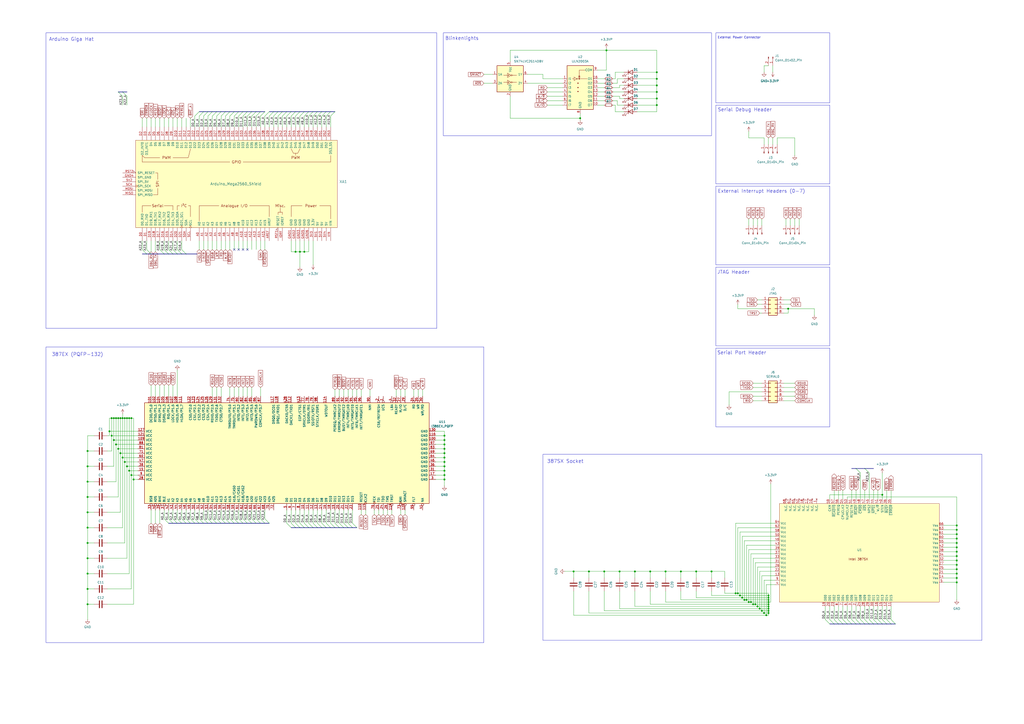
<source format=kicad_sch>
(kicad_sch (version 20250114) (generator "eeschema") (generator_version "9.0")
  (paper "A2")
  (title_block (title "Arduino80386EX + 387SX") (date "2025-08-31") (rev "3"))
  (rectangle (start 26.67 201.295) (end 280.67 372.745))
  (rectangle (start 257.175 19.05) (end 412.75 78.74))
  (rectangle (start 26.67 19.05) (end 253.365 190.5))
  (rectangle (start 415.29 154.94) (end 481.33 200.66))
  (rectangle (start 415.29 107.95) (end 481.33 153.67))
  (rectangle (start 314.96 263.525) (end 569.595 371.475))
  (rectangle (start 415.29 19.05) (end 481.33 59.69))
  (rectangle (start 415.29 201.93) (end 481.33 247.65))
  (rectangle (start 415.29 60.96) (end 481.33 106.68))
  (text "Serial Port Header" (at 430.276 204.724 0) (effects (font (size 2 2))))
  (text "JTAG Header" (at 425.45 157.988 0) (effects (font (size 2 2))))
  (text "Blinkenlights" (at 267.97 22.352 0) (effects (font (size 2 2))))
  (text "External Power Connector\n" (at 428.752 21.844 0) (effects (font (size 1.27 1.27))))
  (text "Serial Debug Header" (at 432.054 63.754 0) (effects (font (size 2 2))))
  (text "External Interrupt Headers (0-7)" (at 441.706 110.998 0) (effects (font (size 2 2))))
  (text "387SX Socket" (at 327.914 267.716 0) (effects (font (size 2 2))))
  (text "387EX (PQFP-132)" (at 44.958 205.74 0) (effects (font (size 2 2))))
  (text "Arduino Giga Hat" (at 41.402 22.86 0) (effects (font (size 2 2))))
  (junction (at 554.99 320.04))
  (junction (at 434.34 349.25))
  (junction (at 445.77 353.06))
  (junction (at 436.88 350.52))
  (junction (at 554.99 327.66))
  (junction (at 430.53 346.71))
  (junction (at 381 45.72))
  (junction (at 394.97 331.47))
  (junction (at 72.39 267.97))
  (junction (at 554.99 317.5))
  (junction (at 554.99 312.42))
  (junction (at 440.69 353.06))
  (junction (at 359.41 331.47))
  (junction (at 50.8 270.51))
  (junction (at 554.99 304.8))
  (junction (at 554.99 332.74))
  (junction (at 50.8 323.85))
  (junction (at 429.26 345.44))
  (junction (at 69.85 262.89))
  (junction (at 554.99 325.12))
  (junction (at 71.12 242.57))
  (junction (at 64.77 242.57))
  (junction (at 71.12 265.43))
  (junction (at 50.8 341.63))
  (junction (at 554.99 335.28))
  (junction (at 50.8 306.07))
  (junction (at 368.3 331.47))
  (junction (at 381 41.91))
  (junction (at 173.99 146.05))
  (junction (at 67.31 257.81))
  (junction (at 341.63 331.47))
  (junction (at 257.81 260.35))
  (junction (at 445.77 347.98))
  (junction (at 50.8 314.96))
  (junction (at 69.85 242.57))
  (junction (at 50.8 261.62))
  (junction (at 351.79 29.21))
  (junction (at 443.23 355.6))
  (junction (at 445.77 345.44))
  (junction (at 63.5 250.19))
  (junction (at 74.93 242.57))
  (junction (at 554.99 307.34))
  (junction (at 444.5 356.87))
  (junction (at 257.81 265.43))
  (junction (at 350.52 331.47))
  (junction (at 171.45 146.05))
  (junction (at 381 60.96))
  (junction (at 336.55 68.58))
  (junction (at 50.8 332.74))
  (junction (at 257.81 262.89))
  (junction (at 554.99 314.96))
  (junction (at 176.53 146.05))
  (junction (at 381 49.53))
  (junction (at 257.81 255.27))
  (junction (at 68.58 242.57))
  (junction (at 77.47 278.13))
  (junction (at 457.2 179.07))
  (junction (at 66.04 242.57))
  (junction (at 439.42 351.79))
  (junction (at 257.81 270.51))
  (junction (at 386.08 331.47))
  (junction (at 332.74 331.47))
  (junction (at 445.77 351.79))
  (junction (at 435.61 349.25))
  (junction (at 511.81 287.02))
  (junction (at 73.66 242.57))
  (junction (at 76.2 275.59))
  (junction (at 427.99 344.17))
  (junction (at 257.81 273.05))
  (junction (at 431.8 347.98))
  (junction (at 445.77 349.25))
  (junction (at 445.77 354.33))
  (junction (at 257.81 275.59))
  (junction (at 257.81 252.73))
  (junction (at 68.58 260.35))
  (junction (at 554.99 309.88))
  (junction (at 257.81 267.97))
  (junction (at 554.99 330.2))
  (junction (at 438.15 350.52))
  (junction (at 554.99 322.58))
  (junction (at 50.8 279.4))
  (junction (at 50.8 350.52))
  (junction (at 445.77 355.6))
  (junction (at 66.04 255.27))
  (junction (at 445.77 350.52))
  (junction (at 74.93 273.05))
  (junction (at 381 57.15))
  (junction (at 50.8 288.29))
  (junction (at 64.77 252.73))
  (junction (at 441.96 354.33))
  (junction (at 257.81 257.81))
  (junction (at 381 53.34))
  (junction (at 50.8 297.18))
  (junction (at 412.75 331.47))
  (junction (at 67.31 242.57))
  (junction (at 73.66 270.51))
  (junction (at 377.19 331.47))
  (junction (at 433.07 347.98))
  (junction (at 445.77 346.71))
  (junction (at 426.72 344.17))
  (junction (at 554.99 337.82))
  (junction (at 76.2 242.57))
  (junction (at 72.39 242.57))
  (junction (at 403.86 331.47))
  (junction (at 257.81 278.13))
  (no_connect (at 143.51 144.78))
  (no_connect (at 140.97 144.78))
  (no_connect (at 135.89 144.78))
  (no_connect (at 138.43 144.78))
  (bus_entry (at 506.73 359.41) (size 2.54 2.54))
  (bus_entry (at 140.97 300.99) (size 2.54 2.54))
  (bus_entry (at 496.57 271.78) (size 2.54 2.54))
  (bus_entry (at 107.95 300.99) (size 2.54 2.54))
  (bus_entry (at 85.09 144.78) (size 2.54 2.54))
  (bus_entry (at 135.89 64.77) (size -2.54 2.54))
  (bus_entry (at 189.23 67.31) (size 2.54 -2.54))
  (bus_entry (at 130.81 300.99) (size 2.54 2.54))
  (bus_entry (at 118.11 300.99) (size 2.54 2.54))
  (bus_entry (at 95.25 300.99) (size 2.54 2.54))
  (bus_entry (at 504.19 361.95) (size -2.54 -2.54))
  (bus_entry (at 173.99 306.07) (size -2.54 -2.54))
  (bus_entry (at 148.59 303.53) (size -2.54 -2.54))
  (bus_entry (at 509.27 359.41) (size 2.54 2.54))
  (bus_entry (at 133.35 64.77) (size -2.54 2.54))
  (bus_entry (at 100.33 144.78) (size 2.54 2.54))
  (bus_entry (at 504.19 274.32) (size -2.54 -2.54))
  (bus_entry (at 514.35 359.41) (size 2.54 2.54))
  (bus_entry (at 519.43 361.95) (size -2.54 -2.54))
  (bus_entry (at 113.03 300.99) (size 2.54 2.54))
  (bus_entry (at 171.45 306.07) (size -2.54 -2.54))
  (bus_entry (at 143.51 64.77) (size -2.54 2.54))
  (bus_entry (at 184.15 67.31) (size 2.54 -2.54))
  (bus_entry (at 128.27 300.99) (size 2.54 2.54))
  (bus_entry (at 181.61 67.31) (size 2.54 -2.54))
  (bus_entry (at 102.87 300.99) (size 2.54 2.54))
  (bus_entry (at 123.19 300.99) (size 2.54 2.54))
  (bus_entry (at 166.37 67.31) (size 2.54 -2.54))
  (bus_entry (at 153.67 64.77) (size -2.54 2.54))
  (bus_entry (at 151.13 303.53) (size -2.54 -2.54))
  (bus_entry (at 120.65 300.99) (size 2.54 2.54))
  (bus_entry (at 168.91 67.31) (size 2.54 -2.54))
  (bus_entry (at 115.57 300.99) (size 2.54 2.54))
  (bus_entry (at 146.05 303.53) (size -2.54 -2.54))
  (bus_entry (at 168.91 306.07) (size -2.54 -2.54))
  (bus_entry (at 191.77 306.07) (size -2.54 -2.54))
  (bus_entry (at 148.59 64.77) (size -2.54 2.54))
  (bus_entry (at 194.31 303.53) (size 2.54 2.54))
  (bus_entry (at 146.05 64.77) (size -2.54 2.54))
  (bus_entry (at 92.71 144.78) (size 2.54 2.54))
  (bus_entry (at 125.73 300.99) (size 2.54 2.54))
  (bus_entry (at 499.11 361.95) (size -2.54 -2.54))
  (bus_entry (at 102.87 144.78) (size 2.54 2.54))
  (bus_entry (at 501.65 361.95) (size -2.54 -2.54))
  (bus_entry (at 207.01 306.07) (size -2.54 -2.54))
  (bus_entry (at 179.07 306.07) (size -2.54 -2.54))
  (bus_entry (at 135.89 300.99) (size 2.54 2.54))
  (bus_entry (at 496.57 361.95) (size -2.54 -2.54))
  (bus_entry (at 105.41 144.78) (size 2.54 2.54))
  (bus_entry (at 100.33 300.99) (size 2.54 2.54))
  (bus_entry (at 128.27 64.77) (size -2.54 2.54))
  (bus_entry (at 179.07 67.31) (size 2.54 -2.54))
  (bus_entry (at 97.79 144.78) (size 2.54 2.54))
  (bus_entry (at 105.41 300.99) (size 2.54 2.54))
  (bus_entry (at 130.81 64.77) (size -2.54 2.54))
  (bus_entry (at 82.55 144.78) (size 2.54 2.54))
  (bus_entry (at 97.79 300.99) (size 2.54 2.54))
  (bus_entry (at 488.95 361.95) (size -2.54 -2.54))
  (bus_entry (at 120.65 67.31) (size 2.54 -2.54))
  (bus_entry (at 110.49 300.99) (size 2.54 2.54))
  (bus_entry (at 151.13 64.77) (size -2.54 2.54))
  (bus_entry (at 191.77 67.31) (size 2.54 -2.54))
  (bus_entry (at 481.33 361.95) (size -2.54 -2.54))
  (bus_entry (at 153.67 300.99) (size 2.54 2.54))
  (bus_entry (at 184.15 306.07) (size -2.54 -2.54))
  (bus_entry (at 163.83 64.77) (size -2.54 2.54))
  (bus_entry (at 514.35 361.95) (size -2.54 -2.54))
  (bus_entry (at 166.37 64.77) (size -2.54 2.54))
  (bus_entry (at 201.93 306.07) (size -2.54 -2.54))
  (bus_entry (at 494.03 361.95) (size -2.54 -2.54))
  (bus_entry (at 194.31 306.07) (size -2.54 -2.54))
  (bus_entry (at 176.53 67.31) (size 2.54 -2.54))
  (bus_entry (at 176.53 306.07) (size -2.54 -2.54))
  (bus_entry (at 151.13 300.99) (size 2.54 2.54))
  (bus_entry (at 73.66 55.88) (size -2.54 -2.54))
  (bus_entry (at 196.85 303.53) (size 2.54 2.54))
  (bus_entry (at 95.25 144.78) (size 2.54 2.54))
  (bus_entry (at 71.12 55.88) (size -2.54 -2.54))
  (bus_entry (at 138.43 300.99) (size 2.54 2.54))
  (bus_entry (at 486.41 361.95) (size -2.54 -2.54))
  (bus_entry (at 189.23 306.07) (size -2.54 -2.54))
  (bus_entry (at 133.35 300.99) (size 2.54 2.54))
  (bus_entry (at 186.69 67.31) (size 2.54 -2.54))
  (bus_entry (at 156.21 64.77) (size -2.54 2.54))
  (bus_entry (at 181.61 306.07) (size -2.54 -2.54))
  (bus_entry (at 173.99 67.31) (size 2.54 -2.54))
  (bus_entry (at 125.73 64.77) (size -2.54 2.54))
  (bus_entry (at 201.93 303.53) (size 2.54 2.54))
  (bus_entry (at 115.57 67.31) (size 2.54 -2.54))
  (bus_entry (at 140.97 64.77) (size -2.54 2.54))
  (bus_entry (at 138.43 64.77) (size -2.54 2.54))
  (bus_entry (at 161.29 64.77) (size -2.54 2.54))
  (bus_entry (at 506.73 361.95) (size -2.54 -2.54))
  (bus_entry (at 483.87 361.95) (size -2.54 -2.54))
  (bus_entry (at 115.57 64.77) (size -2.54 2.54))
  (bus_entry (at 171.45 67.31) (size 2.54 -2.54))
  (bus_entry (at 186.69 306.07) (size -2.54 -2.54))
  (bus_entry (at 158.75 64.77) (size -2.54 2.54))
  (bus_entry (at 491.49 361.95) (size -2.54 -2.54))
  (bus_entry (at 118.11 67.31) (size 2.54 -2.54))
  (wire (pts (xy 62.23 306.07) (xy 71.12 306.07)))
  (wire (pts (xy 491.49 351.79) (xy 491.49 359.41)))
  (wire (pts (xy 494.03 351.79) (xy 494.03 359.41)))
  (wire (pts (xy 454.66 173.99) (xy 458.47 173.99)))
  (wire (pts (xy 138.43 300.99) (xy 138.43 295.91)))
  (wire (pts (xy 50.8 350.52) (xy 54.61 350.52)))
  (wire (pts (xy 62.23 332.74) (xy 74.93 332.74)))
  (bus (pts (xy 135.89 303.53) (xy 138.43 303.53)))
  (wire (pts (xy 355.6 53.34) (xy 361.95 53.34)))
  (wire (pts (xy 153.67 300.99) (xy 153.67 295.91)))
  (bus (pts (xy 501.65 271.78) (xy 506.73 271.78)))
  (wire (pts (xy 201.93 295.91) (xy 201.93 303.53)))
  (wire (pts (xy 234.95 226.06) (xy 234.95 229.87)))
  (wire (pts (xy 361.95 57.15) (xy 359.41 57.15)))
  (wire (pts (xy 102.87 68.58) (xy 102.87 73.66)))
  (bus (pts (xy 105.41 303.53) (xy 107.95 303.53)))
  (wire (pts (xy 332.74 342.9) (xy 332.74 356.87)))
  (bus (pts (xy 514.35 361.95) (xy 516.89 361.95)))
  (wire (pts (xy 449.58 339.09) (xy 444.5 339.09)))
  (wire (pts (xy 125.73 224.79) (xy 125.73 229.87)))
  (wire (pts (xy 156.21 67.31) (xy 156.21 73.66)))
  (wire (pts (xy 444.5 356.87) (xy 445.77 356.87)))
  (wire (pts (xy 445.77 356.87) (xy 445.77 355.6)))
  (wire (pts (xy 547.37 327.66) (xy 554.99 327.66)))
  (wire (pts (xy 113.03 300.99) (xy 113.03 295.91)))
  (wire (pts (xy 358.14 48.26) (xy 355.6 48.26)))
  (wire (pts (xy 179.07 67.31) (xy 179.07 73.66)))
  (wire (pts (xy 455.93 127) (xy 455.93 130.81)))
  (wire (pts (xy 356.87 60.96) (xy 356.87 64.77)))
  (wire (pts (xy 74.93 273.05) (xy 74.93 242.57)))
  (bus (pts (xy 102.87 147.32) (xy 105.41 147.32)))
  (wire (pts (xy 146.05 224.79) (xy 146.05 229.87)))
  (wire (pts (xy 63.5 250.19) (xy 80.01 250.19)))
  (wire (pts (xy 461.01 80.01) (xy 461.01 90.17)))
  (wire (pts (xy 547.37 309.88) (xy 554.99 309.88)))
  (wire (pts (xy 196.85 295.91) (xy 196.85 303.53)))
  (wire (pts (xy 138.43 224.79) (xy 138.43 229.87)))
  (bus (pts (xy 516.89 361.95) (xy 519.43 361.95)))
  (wire (pts (xy 181.61 295.91) (xy 181.61 303.53)))
  (wire (pts (xy 163.83 67.31) (xy 163.83 73.66)))
  (wire (pts (xy 135.89 67.31) (xy 135.89 73.66)))
  (wire (pts (xy 73.66 270.51) (xy 80.01 270.51)))
  (wire (pts (xy 501.65 284.48) (xy 501.65 289.56)))
  (wire (pts (xy 135.89 139.7) (xy 135.89 144.78)))
  (wire (pts (xy 317.5 55.88) (xy 326.39 55.88)))
  (wire (pts (xy 125.73 139.7) (xy 125.73 144.78)))
  (bus (pts (xy 491.49 361.95) (xy 494.03 361.95)))
  (wire (pts (xy 69.85 262.89) (xy 80.01 262.89)))
  (wire (pts (xy 87.63 139.7) (xy 87.63 146.05)))
  (wire (pts (xy 317.5 60.96) (xy 326.39 60.96)))
  (wire (pts (xy 50.8 279.4) (xy 54.61 279.4)))
  (wire (pts (xy 450.85 80.01) (xy 461.01 80.01)))
  (wire (pts (xy 427.99 344.17) (xy 445.77 344.17)))
  (wire (pts (xy 449.58 316.23) (xy 433.07 316.23)))
  (wire (pts (xy 71.12 242.57) (xy 72.39 242.57)))
  (wire (pts (xy 50.8 270.51) (xy 50.8 279.4)))
  (wire (pts (xy 427.99 179.07) (xy 441.96 179.07)))
  (wire (pts (xy 420.37 331.47) (xy 420.37 335.28)))
  (wire (pts (xy 445.77 354.33) (xy 445.77 353.06)))
  (wire (pts (xy 511.81 274.32) (xy 511.81 287.02)))
  (bus (pts (xy 146.05 64.77) (xy 143.51 64.77)))
  (bus (pts (xy 140.97 64.77) (xy 138.43 64.77)))
  (wire (pts (xy 356.87 41.91) (xy 356.87 45.72)))
  (wire (pts (xy 140.97 300.99) (xy 140.97 295.91)))
  (wire (pts (xy 361.95 60.96) (xy 358.14 60.96)))
  (wire (pts (xy 381 53.34) (xy 381 57.15)))
  (wire (pts (xy 100.33 300.99) (xy 100.33 295.91)))
  (wire (pts (xy 351.79 29.21) (xy 351.79 40.64)))
  (wire (pts (xy 118.11 67.31) (xy 118.11 73.66)))
  (wire (pts (xy 481.33 287.02) (xy 511.81 287.02)))
  (wire (pts (xy 50.8 306.07) (xy 50.8 314.96)))
  (wire (pts (xy 140.97 139.7) (xy 140.97 144.78)))
  (bus (pts (xy 105.41 147.32) (xy 107.95 147.32)))
  (bus (pts (xy 514.35 361.95) (xy 511.81 361.95)))
  (wire (pts (xy 85.09 144.78) (xy 85.09 139.7)))
  (wire (pts (xy 257.81 275.59) (xy 257.81 278.13)))
  (wire (pts (xy 369.57 64.77) (xy 381 64.77)))
  (bus (pts (xy 163.83 64.77) (xy 161.29 64.77)))
  (wire (pts (xy 439.42 176.53) (xy 441.96 176.53)))
  (wire (pts (xy 554.99 307.34) (xy 554.99 309.88)))
  (wire (pts (xy 110.49 300.99) (xy 110.49 295.91)))
  (wire (pts (xy 128.27 300.99) (xy 128.27 295.91)))
  (wire (pts (xy 554.99 330.2) (xy 554.99 332.74)))
  (wire (pts (xy 438.15 326.39) (xy 438.15 350.52)))
  (wire (pts (xy 554.99 337.82) (xy 554.99 347.98)))
  (wire (pts (xy 359.41 331.47) (xy 350.52 331.47)))
  (wire (pts (xy 454.66 229.87) (xy 461.01 229.87)))
  (wire (pts (xy 133.35 67.31) (xy 133.35 73.66)))
  (wire (pts (xy 445.77 355.6) (xy 445.77 354.33)))
  (wire (pts (xy 50.8 279.4) (xy 50.8 288.29)))
  (wire (pts (xy 64.77 261.62) (xy 64.77 252.73)))
  (wire (pts (xy 346.71 48.26) (xy 350.52 48.26)))
  (wire (pts (xy 118.11 300.99) (xy 118.11 295.91)))
  (wire (pts (xy 168.91 146.05) (xy 171.45 146.05)))
  (bus (pts (xy 148.59 64.77) (xy 146.05 64.77)))
  (wire (pts (xy 196.85 226.06) (xy 196.85 229.87)))
  (bus (pts (xy 133.35 64.77) (xy 130.81 64.77)))
  (bus (pts (xy 102.87 303.53) (xy 105.41 303.53)))
  (wire (pts (xy 102.87 214.63) (xy 102.87 229.87)))
  (wire (pts (xy 76.2 275.59) (xy 80.01 275.59)))
  (wire (pts (xy 454.66 179.07) (xy 457.2 179.07)))
  (wire (pts (xy 168.91 139.7) (xy 168.91 146.05)))
  (wire (pts (xy 64.77 252.73) (xy 64.77 242.57)))
  (wire (pts (xy 454.66 181.61) (xy 457.2 181.61)))
  (wire (pts (xy 257.81 260.35) (xy 257.81 262.89)))
  (wire (pts (xy 92.71 68.58) (xy 92.71 73.66)))
  (wire (pts (xy 350.52 342.9) (xy 350.52 354.33)))
  (wire (pts (xy 148.59 67.31) (xy 148.59 73.66)))
  (wire (pts (xy 227.33 295.91) (xy 227.33 298.45)))
  (wire (pts (xy 257.81 278.13) (xy 257.81 281.94)))
  (wire (pts (xy 394.97 347.98) (xy 431.8 347.98)))
  (wire (pts (xy 436.88 127) (xy 436.88 130.81)))
  (wire (pts (xy 232.41 295.91) (xy 232.41 298.45)))
  (bus (pts (xy 483.87 361.95) (xy 486.41 361.95)))
  (wire (pts (xy 483.87 351.79) (xy 483.87 359.41)))
  (wire (pts (xy 63.5 252.73) (xy 63.5 250.19)))
  (wire (pts (xy 504.19 351.79) (xy 504.19 359.41)))
  (bus (pts (xy 87.63 147.32) (xy 95.25 147.32)))
  (wire (pts (xy 135.89 300.99) (xy 135.89 295.91)))
  (wire (pts (xy 336.55 68.58) (xy 336.55 69.85)))
  (wire (pts (xy 547.37 322.58) (xy 554.99 322.58)))
  (wire (pts (xy 547.37 330.2) (xy 554.99 330.2)))
  (wire (pts (xy 68.58 260.35) (xy 80.01 260.35)))
  (wire (pts (xy 377.19 342.9) (xy 377.19 350.52)))
  (wire (pts (xy 199.39 226.06) (xy 199.39 229.87)))
  (bus (pts (xy 191.77 64.77) (xy 189.23 64.77)))
  (wire (pts (xy 403.86 331.47) (xy 394.97 331.47)))
  (wire (pts (xy 72.39 267.97) (xy 80.01 267.97)))
  (wire (pts (xy 501.65 351.79) (xy 501.65 359.41)))
  (wire (pts (xy 95.25 68.58) (xy 95.25 73.66)))
  (wire (pts (xy 66.04 255.27) (xy 80.01 255.27)))
  (wire (pts (xy 194.31 295.91) (xy 194.31 303.53)))
  (wire (pts (xy 369.57 57.15) (xy 381 57.15)))
  (wire (pts (xy 454.66 222.25) (xy 461.01 222.25)))
  (wire (pts (xy 50.8 270.51) (xy 54.61 270.51)))
  (wire (pts (xy 191.77 67.31) (xy 191.77 73.66)))
  (wire (pts (xy 77.47 350.52) (xy 77.47 278.13)))
  (wire (pts (xy 125.73 300.99) (xy 125.73 295.91)))
  (wire (pts (xy 547.37 337.82) (xy 554.99 337.82)))
  (wire (pts (xy 67.31 279.4) (xy 67.31 257.81)))
  (wire (pts (xy 478.79 351.79) (xy 478.79 359.41)))
  (wire (pts (xy 429.26 345.44) (xy 445.77 345.44)))
  (wire (pts (xy 369.57 41.91) (xy 381 41.91)))
  (wire (pts (xy 171.45 146.05) (xy 173.99 146.05)))
  (wire (pts (xy 306.07 48.26) (xy 326.39 48.26)))
  (wire (pts (xy 554.99 325.12) (xy 554.99 327.66)))
  (wire (pts (xy 176.53 67.31) (xy 176.53 73.66)))
  (wire (pts (xy 449.58 313.69) (xy 431.8 313.69)))
  (wire (pts (xy 426.72 303.53) (xy 426.72 344.17)))
  (wire (pts (xy 50.8 341.63) (xy 54.61 341.63)))
  (wire (pts (xy 496.57 284.48) (xy 496.57 289.56)))
  (wire (pts (xy 140.97 67.31) (xy 140.97 73.66)))
  (wire (pts (xy 69.85 297.18) (xy 69.85 262.89)))
  (wire (pts (xy 76.2 341.63) (xy 76.2 275.59)))
  (wire (pts (xy 341.63 331.47) (xy 332.74 331.47)))
  (wire (pts (xy 73.66 55.88) (xy 73.66 60.96)))
  (wire (pts (xy 189.23 295.91) (xy 189.23 303.53)))
  (wire (pts (xy 204.47 226.06) (xy 204.47 229.87)))
  (bus (pts (xy 161.29 64.77) (xy 158.75 64.77)))
  (wire (pts (xy 97.79 144.78) (xy 97.79 139.7)))
  (wire (pts (xy 351.79 29.21) (xy 381 29.21)))
  (bus (pts (xy 501.65 361.95) (xy 504.19 361.95)))
  (wire (pts (xy 87.63 223.52) (xy 87.63 229.87)))
  (bus (pts (xy 488.95 361.95) (xy 491.49 361.95)))
  (wire (pts (xy 377.19 331.47) (xy 377.19 335.28)))
  (wire (pts (xy 443.23 336.55) (xy 443.23 355.6)))
  (wire (pts (xy 107.95 68.58) (xy 107.95 73.66)))
  (wire (pts (xy 90.17 68.58) (xy 90.17 73.66)))
  (wire (pts (xy 100.33 68.58) (xy 100.33 73.66)))
  (wire (pts (xy 427.99 306.07) (xy 427.99 344.17)))
  (wire (pts (xy 171.45 139.7) (xy 171.45 146.05)))
  (wire (pts (xy 105.41 144.78) (xy 105.41 139.7)))
  (wire (pts (xy 207.01 226.06) (xy 207.01 229.87)))
  (wire (pts (xy 176.53 139.7) (xy 176.53 146.05)))
  (bus (pts (xy 179.07 306.07) (xy 181.61 306.07)))
  (wire (pts (xy 252.73 257.81) (xy 257.81 257.81)))
  (wire (pts (xy 252.73 275.59) (xy 257.81 275.59)))
  (wire (pts (xy 82.55 68.58) (xy 82.55 73.66)))
  (wire (pts (xy 422.91 234.95) (xy 422.91 227.33)))
  (wire (pts (xy 224.79 295.91) (xy 224.79 298.45)))
  (wire (pts (xy 100.33 144.78) (xy 100.33 139.7)))
  (bus (pts (xy 143.51 303.53) (xy 146.05 303.53)))
  (wire (pts (xy 332.74 331.47) (xy 327.66 331.47)))
  (wire (pts (xy 359.41 49.53) (xy 359.41 50.8)))
  (bus (pts (xy 120.65 64.77) (xy 118.11 64.77)))
  (wire (pts (xy 118.11 139.7) (xy 118.11 144.78)))
  (bus (pts (xy 120.65 303.53) (xy 123.19 303.53)))
  (wire (pts (xy 257.81 250.19) (xy 257.81 252.73)))
  (bus (pts (xy 173.99 64.77) (xy 171.45 64.77)))
  (bus (pts (xy 115.57 303.53) (xy 118.11 303.53)))
  (wire (pts (xy 73.66 242.57) (xy 73.66 270.51)))
  (wire (pts (xy 420.37 344.17) (xy 426.72 344.17)))
  (wire (pts (xy 381 45.72) (xy 381 49.53)))
  (bus (pts (xy 176.53 64.77) (xy 173.99 64.77)))
  (wire (pts (xy 151.13 139.7) (xy 151.13 144.78)))
  (wire (pts (xy 214.63 226.06) (xy 214.63 229.87)))
  (wire (pts (xy 547.37 314.96) (xy 554.99 314.96)))
  (wire (pts (xy 87.63 295.91) (xy 87.63 303.53)))
  (wire (pts (xy 481.33 287.02) (xy 481.33 289.56)))
  (wire (pts (xy 445.77 349.25) (xy 445.77 350.52)))
  (wire (pts (xy 143.51 224.79) (xy 143.51 229.87)))
  (wire (pts (xy 554.99 317.5) (xy 554.99 320.04)))
  (wire (pts (xy 436.88 229.87) (xy 441.96 229.87)))
  (wire (pts (xy 448.31 38.1) (xy 448.31 41.91)))
  (wire (pts (xy 356.87 45.72) (xy 355.6 45.72)))
  (wire (pts (xy 431.8 313.69) (xy 431.8 347.98)))
  (wire (pts (xy 439.42 328.93) (xy 439.42 351.79)))
  (wire (pts (xy 504.19 274.32) (xy 504.19 289.56)))
  (wire (pts (xy 50.8 297.18) (xy 54.61 297.18)))
  (wire (pts (xy 173.99 295.91) (xy 173.99 303.53)))
  (wire (pts (xy 151.13 224.79) (xy 151.13 229.87)))
  (bus (pts (xy 179.07 64.77) (xy 176.53 64.77)))
  (wire (pts (xy 341.63 342.9) (xy 341.63 355.6)))
  (wire (pts (xy 386.08 331.47) (xy 386.08 335.28)))
  (wire (pts (xy 449.58 306.07) (xy 427.99 306.07)))
  (wire (pts (xy 209.55 226.06) (xy 209.55 229.87)))
  (bus (pts (xy 130.81 64.77) (xy 128.27 64.77)))
  (bus (pts (xy 481.33 361.95) (xy 483.87 361.95)))
  (wire (pts (xy 102.87 144.78) (xy 102.87 139.7)))
  (wire (pts (xy 332.74 356.87) (xy 444.5 356.87)))
  (wire (pts (xy 66.04 242.57) (xy 67.31 242.57)))
  (wire (pts (xy 67.31 257.81) (xy 80.01 257.81)))
  (wire (pts (xy 62.23 341.63) (xy 76.2 341.63)))
  (wire (pts (xy 257.81 273.05) (xy 257.81 275.59)))
  (wire (pts (xy 547.37 325.12) (xy 554.99 325.12)))
  (wire (pts (xy 511.81 351.79) (xy 511.81 359.41)))
  (bus (pts (xy 125.73 303.53) (xy 128.27 303.53)))
  (wire (pts (xy 506.73 284.48) (xy 506.73 289.56)))
  (bus (pts (xy 95.25 147.32) (xy 97.79 147.32)))
  (bus (pts (xy 171.45 64.77) (xy 168.91 64.77)))
  (wire (pts (xy 138.43 67.31) (xy 138.43 73.66)))
  (wire (pts (xy 488.95 351.79) (xy 488.95 359.41)))
  (wire (pts (xy 454.66 232.41) (xy 461.01 232.41)))
  (wire (pts (xy 128.27 139.7) (xy 128.27 144.78)))
  (wire (pts (xy 458.47 127) (xy 458.47 130.81)))
  (wire (pts (xy 368.3 342.9) (xy 368.3 351.79)))
  (wire (pts (xy 350.52 331.47) (xy 341.63 331.47)))
  (wire (pts (xy 50.8 252.73) (xy 50.8 261.62)))
  (wire (pts (xy 50.8 261.62) (xy 54.61 261.62)))
  (wire (pts (xy 449.58 326.39) (xy 438.15 326.39)))
  (bus (pts (xy 107.95 303.53) (xy 110.49 303.53)))
  (wire (pts (xy 361.95 49.53) (xy 359.41 49.53)))
  (wire (pts (xy 547.37 320.04) (xy 554.99 320.04)))
  (wire (pts (xy 90.17 139.7) (xy 90.17 146.05)))
  (wire (pts (xy 245.11 226.06) (xy 245.11 229.87)))
  (wire (pts (xy 449.58 318.77) (xy 434.34 318.77)))
  (wire (pts (xy 422.91 227.33) (xy 441.96 227.33)))
  (wire (pts (xy 176.53 295.91) (xy 176.53 303.53)))
  (wire (pts (xy 110.49 68.58) (xy 110.49 73.66)))
  (wire (pts (xy 554.99 322.58) (xy 554.99 325.12)))
  (wire (pts (xy 381 41.91) (xy 381 45.72)))
  (wire (pts (xy 461.01 127) (xy 461.01 130.81)))
  (wire (pts (xy 66.04 242.57) (xy 66.04 255.27)))
  (wire (pts (xy 77.47 278.13) (xy 80.01 278.13)))
  (wire (pts (xy 252.73 260.35) (xy 257.81 260.35)))
  (wire (pts (xy 186.69 295.91) (xy 186.69 303.53)))
  (bus (pts (xy 151.13 64.77) (xy 148.59 64.77)))
  (wire (pts (xy 554.99 332.74) (xy 554.99 335.28)))
  (wire (pts (xy 491.49 288.29) (xy 491.49 289.56)))
  (wire (pts (xy 50.8 297.18) (xy 50.8 306.07)))
  (wire (pts (xy 420.37 342.9) (xy 420.37 344.17)))
  (wire (pts (xy 171.45 67.31) (xy 171.45 73.66)))
  (wire (pts (xy 97.79 223.52) (xy 97.79 229.87)))
  (wire (pts (xy 445.77 353.06) (xy 445.77 351.79)))
  (wire (pts (xy 434.34 349.25) (xy 435.61 349.25)))
  (wire (pts (xy 252.73 250.19) (xy 257.81 250.19)))
  (wire (pts (xy 171.45 295.91) (xy 171.45 303.53)))
  (wire (pts (xy 140.97 224.79) (xy 140.97 229.87)))
  (wire (pts (xy 449.58 328.93) (xy 439.42 328.93)))
  (wire (pts (xy 440.69 181.61) (xy 441.96 181.61)))
  (wire (pts (xy 146.05 67.31) (xy 146.05 73.66)))
  (bus (pts (xy 153.67 64.77) (xy 151.13 64.77)))
  (wire (pts (xy 179.07 295.91) (xy 179.07 303.53)))
  (wire (pts (xy 509.27 351.79) (xy 509.27 359.41)))
  (wire (pts (xy 257.81 262.89) (xy 257.81 265.43)))
  (wire (pts (xy 72.39 242.57) (xy 72.39 267.97)))
  (wire (pts (xy 386.08 349.25) (xy 434.34 349.25)))
  (bus (pts (xy 191.77 306.07) (xy 194.31 306.07)))
  (wire (pts (xy 64.77 252.73) (xy 80.01 252.73)))
  (wire (pts (xy 151.13 300.99) (xy 151.13 295.91)))
  (wire (pts (xy 295.91 68.58) (xy 336.55 68.58)))
  (wire (pts (xy 62.23 279.4) (xy 67.31 279.4)))
  (wire (pts (xy 63.5 242.57) (xy 63.5 250.19)))
  (wire (pts (xy 554.99 312.42) (xy 554.99 314.96)))
  (wire (pts (xy 441.96 334.01) (xy 441.96 354.33)))
  (wire (pts (xy 68.58 242.57) (xy 69.85 242.57)))
  (wire (pts (xy 229.87 226.06) (xy 229.87 229.87)))
  (wire (pts (xy 445.77 347.98) (xy 445.77 349.25)))
  (wire (pts (xy 454.66 176.53) (xy 458.47 176.53)))
  (wire (pts (xy 554.99 335.28) (xy 554.99 337.82)))
  (wire (pts (xy 143.51 300.99) (xy 143.51 295.91)))
  (wire (pts (xy 381 29.21) (xy 381 41.91)))
  (wire (pts (xy 361.95 45.72) (xy 358.14 45.72)))
  (bus (pts (xy 168.91 306.07) (xy 171.45 306.07)))
  (bus (pts (xy 496.57 271.78) (xy 501.65 271.78)))
  (wire (pts (xy 368.3 331.47) (xy 377.19 331.47)))
  (wire (pts (xy 472.44 179.07) (xy 472.44 182.88)))
  (wire (pts (xy 436.88 232.41) (xy 441.96 232.41)))
  (bus (pts (xy 506.73 361.95) (xy 509.27 361.95)))
  (wire (pts (xy 359.41 342.9) (xy 359.41 353.06)))
  (wire (pts (xy 72.39 314.96) (xy 72.39 267.97)))
  (wire (pts (xy 125.73 67.31) (xy 125.73 73.66)))
  (wire (pts (xy 62.23 288.29) (xy 68.58 288.29)))
  (wire (pts (xy 506.73 351.79) (xy 506.73 359.41)))
  (wire (pts (xy 69.85 242.57) (xy 71.12 242.57)))
  (wire (pts (xy 554.99 309.88) (xy 554.99 312.42)))
  (bus (pts (xy 146.05 303.53) (xy 148.59 303.53)))
  (wire (pts (xy 554.99 320.04) (xy 554.99 322.58)))
  (wire (pts (xy 445.77 350.52) (xy 445.77 351.79)))
  (wire (pts (xy 381 57.15) (xy 381 60.96)))
  (bus (pts (xy 128.27 303.53) (xy 130.81 303.53)))
  (wire (pts (xy 158.75 67.31) (xy 158.75 73.66)))
  (wire (pts (xy 252.73 262.89) (xy 257.81 262.89)))
  (wire (pts (xy 68.58 288.29) (xy 68.58 260.35)))
  (wire (pts (xy 444.5 339.09) (xy 444.5 356.87)))
  (bus (pts (xy 194.31 64.77) (xy 191.77 64.77)))
  (wire (pts (xy 189.23 67.31) (xy 189.23 73.66)))
  (bus (pts (xy 97.79 147.32) (xy 100.33 147.32)))
  (bus (pts (xy 110.49 303.53) (xy 113.03 303.53)))
  (wire (pts (xy 369.57 60.96) (xy 381 60.96)))
  (wire (pts (xy 181.61 67.31) (xy 181.61 73.66)))
  (wire (pts (xy 457.2 181.61) (xy 457.2 179.07)))
  (bus (pts (xy 199.39 306.07) (xy 196.85 306.07)))
  (wire (pts (xy 381 60.96) (xy 381 64.77)))
  (wire (pts (xy 62.23 323.85) (xy 73.66 323.85)))
  (wire (pts (xy 130.81 139.7) (xy 130.81 144.78)))
  (wire (pts (xy 547.37 332.74) (xy 554.99 332.74)))
  (wire (pts (xy 72.39 242.57) (xy 73.66 242.57)))
  (wire (pts (xy 68.58 242.57) (xy 68.58 260.35)))
  (wire (pts (xy 554.99 327.66) (xy 554.99 330.2)))
  (wire (pts (xy 499.11 351.79) (xy 499.11 359.41)))
  (bus (pts (xy 113.03 303.53) (xy 115.57 303.53)))
  (wire (pts (xy 341.63 331.47) (xy 341.63 335.28)))
  (wire (pts (xy 50.8 261.62) (xy 50.8 270.51)))
  (bus (pts (xy 176.53 306.07) (xy 179.07 306.07)))
  (wire (pts (xy 62.23 252.73) (xy 63.5 252.73)))
  (wire (pts (xy 386.08 331.47) (xy 394.97 331.47)))
  (wire (pts (xy 90.17 295.91) (xy 90.17 303.53)))
  (wire (pts (xy 403.86 346.71) (xy 430.53 346.71)))
  (wire (pts (xy 130.81 67.31) (xy 130.81 73.66)))
  (bus (pts (xy 184.15 306.07) (xy 186.69 306.07)))
  (bus (pts (xy 148.59 303.53) (xy 151.13 303.53)))
  (wire (pts (xy 257.81 267.97) (xy 257.81 270.51)))
  (wire (pts (xy 439.42 127) (xy 439.42 130.81)))
  (wire (pts (xy 368.3 351.79) (xy 439.42 351.79)))
  (wire (pts (xy 412.75 342.9) (xy 412.75 345.44)))
  (wire (pts (xy 346.71 50.8) (xy 350.52 50.8)))
  (wire (pts (xy 443.23 355.6) (xy 445.77 355.6)))
  (wire (pts (xy 554.99 304.8) (xy 554.99 307.34)))
  (wire (pts (xy 252.73 252.73) (xy 257.81 252.73)))
  (wire (pts (xy 368.3 331.47) (xy 368.3 335.28)))
  (wire (pts (xy 153.67 139.7) (xy 153.67 144.78)))
  (wire (pts (xy 77.47 278.13) (xy 77.47 242.57)))
  (wire (pts (xy 92.71 295.91) (xy 92.71 303.53)))
  (wire (pts (xy 439.42 351.79) (xy 445.77 351.79)))
  (wire (pts (xy 73.66 242.57) (xy 74.93 242.57)))
  (wire (pts (xy 113.03 67.31) (xy 113.03 73.66)))
  (bus (pts (xy 181.61 306.07) (xy 184.15 306.07)))
  (wire (pts (xy 336.55 66.04) (xy 336.55 68.58)))
  (wire (pts (xy 449.58 321.31) (xy 435.61 321.31)))
  (wire (pts (xy 71.12 55.88) (xy 71.12 60.96)))
  (wire (pts (xy 403.86 331.47) (xy 403.86 335.28)))
  (wire (pts (xy 359.41 353.06) (xy 440.69 353.06)))
  (wire (pts (xy 115.57 300.99) (xy 115.57 295.91)))
  (wire (pts (xy 377.19 331.47) (xy 386.08 331.47)))
  (wire (pts (xy 433.07 347.98) (xy 445.77 347.98)))
  (wire (pts (xy 62.23 297.18) (xy 69.85 297.18)))
  (wire (pts (xy 358.14 60.96) (xy 358.14 58.42)))
  (wire (pts (xy 97.79 300.99) (xy 97.79 295.91)))
  (wire (pts (xy 443.23 80.01) (xy 443.23 83.82)))
  (wire (pts (xy 148.59 139.7) (xy 148.59 144.78)))
  (wire (pts (xy 242.57 226.06) (xy 242.57 229.87)))
  (bus (pts (xy 181.61 64.77) (xy 179.07 64.77)))
  (wire (pts (xy 130.81 300.99) (xy 130.81 295.91)))
  (wire (pts (xy 488.95 284.48) (xy 488.95 289.56)))
  (bus (pts (xy 173.99 306.07) (xy 176.53 306.07)))
  (wire (pts (xy 184.15 67.31) (xy 184.15 73.66)))
  (wire (pts (xy 67.31 242.57) (xy 67.31 257.81)))
  (bus (pts (xy 135.89 64.77) (xy 133.35 64.77)))
  (wire (pts (xy 105.41 68.58) (xy 105.41 73.66)))
  (wire (pts (xy 369.57 45.72) (xy 381 45.72)))
  (wire (pts (xy 439.42 173.99) (xy 441.96 173.99)))
  (wire (pts (xy 87.63 68.58) (xy 87.63 73.66)))
  (wire (pts (xy 449.58 311.15) (xy 430.53 311.15)))
  (bus (pts (xy 184.15 64.77) (xy 181.61 64.77)))
  (bus (pts (xy 494.03 361.95) (xy 496.57 361.95)))
  (wire (pts (xy 443.23 41.91) (xy 443.23 38.1)))
  (bus (pts (xy 499.11 361.95) (xy 501.65 361.95)))
  (wire (pts (xy 105.41 300.99) (xy 105.41 295.91)))
  (wire (pts (xy 516.89 351.79) (xy 516.89 359.41)))
  (wire (pts (xy 82.55 144.78) (xy 82.55 139.7)))
  (wire (pts (xy 74.93 242.57) (xy 76.2 242.57)))
  (bus (pts (xy 189.23 306.07) (xy 191.77 306.07)))
  (wire (pts (xy 412.75 331.47) (xy 403.86 331.47)))
  (wire (pts (xy 346.71 60.96) (xy 350.52 60.96)))
  (wire (pts (xy 377.19 350.52) (xy 436.88 350.52)))
  (wire (pts (xy 257.81 265.43) (xy 257.81 267.97)))
  (wire (pts (xy 499.11 274.32) (xy 499.11 289.56)))
  (wire (pts (xy 430.53 311.15) (xy 430.53 346.71)))
  (wire (pts (xy 358.14 45.72) (xy 358.14 48.26)))
  (bus (pts (xy 194.31 306.07) (xy 196.85 306.07)))
  (wire (pts (xy 358.14 58.42) (xy 355.6 58.42)))
  (wire (pts (xy 120.65 139.7) (xy 120.65 144.78)))
  (wire (pts (xy 509.27 284.48) (xy 509.27 289.56)))
  (wire (pts (xy 50.8 332.74) (xy 50.8 341.63)))
  (wire (pts (xy 133.35 300.99) (xy 133.35 295.91)))
  (wire (pts (xy 257.81 270.51) (xy 257.81 273.05)))
  (wire (pts (xy 280.67 48.26) (xy 285.75 48.26)))
  (wire (pts (xy 454.66 227.33) (xy 461.01 227.33)))
  (wire (pts (xy 438.15 350.52) (xy 445.77 350.52)))
  (bus (pts (xy 140.97 303.53) (xy 143.51 303.53)))
  (wire (pts (xy 153.67 67.31) (xy 153.67 73.66)))
  (wire (pts (xy 448.31 80.01) (xy 448.31 83.82)))
  (wire (pts (xy 486.41 351.79) (xy 486.41 359.41)))
  (bus (pts (xy 71.12 53.34) (xy 73.66 53.34)))
  (wire (pts (xy 50.8 314.96) (xy 54.61 314.96)))
  (wire (pts (xy 516.89 284.48) (xy 516.89 289.56)))
  (wire (pts (xy 166.37 67.31) (xy 166.37 73.66)))
  (bus (pts (xy 186.69 64.77) (xy 184.15 64.77)))
  (wire (pts (xy 449.58 323.85) (xy 436.88 323.85)))
  (wire (pts (xy 412.75 345.44) (xy 429.26 345.44)))
  (wire (pts (xy 173.99 67.31) (xy 173.99 73.66)))
  (wire (pts (xy 191.77 295.91) (xy 191.77 303.53)))
  (bus (pts (xy 511.81 361.95) (xy 509.27 361.95)))
  (wire (pts (xy 50.8 323.85) (xy 50.8 332.74)))
  (wire (pts (xy 454.66 224.79) (xy 461.01 224.79)))
  (wire (pts (xy 123.19 67.31) (xy 123.19 73.66)))
  (bus (pts (xy 107.95 147.32) (xy 114.3 147.32)))
  (wire (pts (xy 449.58 308.61) (xy 429.26 308.61)))
  (wire (pts (xy 403.86 342.9) (xy 403.86 346.71)))
  (wire (pts (xy 62.23 350.52) (xy 77.47 350.52)))
  (bus (pts (xy 123.19 303.53) (xy 125.73 303.53)))
  (wire (pts (xy 62.23 261.62) (xy 64.77 261.62)))
  (wire (pts (xy 97.79 73.66) (xy 97.79 68.58)))
  (wire (pts (xy 71.12 265.43) (xy 80.01 265.43)))
  (wire (pts (xy 50.8 288.29) (xy 54.61 288.29)))
  (bus (pts (xy 133.35 303.53) (xy 135.89 303.53)))
  (wire (pts (xy 232.41 226.06) (xy 232.41 229.87)))
  (wire (pts (xy 547.37 304.8) (xy 554.99 304.8)))
  (wire (pts (xy 436.88 224.79) (xy 441.96 224.79)))
  (bus (pts (xy 100.33 303.53) (xy 102.87 303.53)))
  (wire (pts (xy 449.58 303.53) (xy 426.72 303.53)))
  (wire (pts (xy 115.57 67.31) (xy 115.57 73.66)))
  (wire (pts (xy 71.12 240.03) (xy 71.12 242.57)))
  (bus (pts (xy 504.19 361.95) (xy 506.73 361.95)))
  (wire (pts (xy 434.34 127) (xy 434.34 130.81)))
  (wire (pts (xy 204.47 295.91) (xy 204.47 303.53)))
  (wire (pts (xy 434.34 76.2) (xy 434.34 80.01)))
  (wire (pts (xy 436.88 323.85) (xy 436.88 350.52)))
  (wire (pts (xy 90.17 223.52) (xy 90.17 229.87)))
  (wire (pts (xy 50.8 288.29) (xy 50.8 297.18)))
  (bus (pts (xy 123.19 64.77) (xy 120.65 64.77)))
  (wire (pts (xy 50.8 323.85) (xy 54.61 323.85)))
  (wire (pts (xy 295.91 55.88) (xy 295.91 68.58)))
  (bus (pts (xy 118.11 303.53) (xy 120.65 303.53)))
  (wire (pts (xy 426.72 344.17) (xy 427.99 344.17)))
  (bus (pts (xy 100.33 147.32) (xy 102.87 147.32)))
  (wire (pts (xy 359.41 331.47) (xy 359.41 335.28)))
  (bus (pts (xy 166.37 64.77) (xy 163.83 64.77)))
  (wire (pts (xy 514.35 284.48) (xy 514.35 289.56)))
  (wire (pts (xy 166.37 295.91) (xy 166.37 303.53)))
  (bus (pts (xy 97.79 303.53) (xy 100.33 303.53)))
  (wire (pts (xy 434.34 318.77) (xy 434.34 349.25)))
  (wire (pts (xy 449.58 334.01) (xy 441.96 334.01)))
  (bus (pts (xy 186.69 306.07) (xy 189.23 306.07)))
  (wire (pts (xy 252.73 265.43) (xy 257.81 265.43)))
  (wire (pts (xy 181.61 139.7) (xy 181.61 153.67)))
  (wire (pts (xy 212.09 295.91) (xy 212.09 298.45)))
  (wire (pts (xy 483.87 284.48) (xy 483.87 289.56)))
  (wire (pts (xy 222.25 295.91) (xy 222.25 298.45)))
  (wire (pts (xy 168.91 67.31) (xy 168.91 73.66)))
  (wire (pts (xy 173.99 146.05) (xy 173.99 154.94)))
  (wire (pts (xy 359.41 55.88) (xy 355.6 55.88)))
  (wire (pts (xy 547.37 312.42) (xy 554.99 312.42)))
  (wire (pts (xy 436.88 350.52) (xy 438.15 350.52)))
  (wire (pts (xy 50.8 341.63) (xy 50.8 350.52)))
  (wire (pts (xy 314.96 43.18) (xy 314.96 45.72)))
  (bus (pts (xy 82.55 147.32) (xy 85.09 147.32)))
  (wire (pts (xy 346.71 53.34) (xy 350.52 53.34)))
  (wire (pts (xy 50.8 306.07) (xy 54.61 306.07)))
  (wire (pts (xy 441.96 127) (xy 441.96 130.81)))
  (wire (pts (xy 491.49 288.29) (xy 554.99 288.29)))
  (wire (pts (xy 252.73 278.13) (xy 257.81 278.13)))
  (bus (pts (xy 138.43 64.77) (xy 135.89 64.77)))
  (wire (pts (xy 450.85 83.82) (xy 450.85 80.01)))
  (wire (pts (xy 234.95 295.91) (xy 234.95 298.45)))
  (bus (pts (xy 171.45 306.07) (xy 173.99 306.07)))
  (wire (pts (xy 62.23 270.51) (xy 66.04 270.51)))
  (wire (pts (xy 71.12 306.07) (xy 71.12 265.43)))
  (wire (pts (xy 50.8 332.74) (xy 54.61 332.74)))
  (wire (pts (xy 252.73 273.05) (xy 257.81 273.05)))
  (wire (pts (xy 295.91 29.21) (xy 351.79 29.21)))
  (wire (pts (xy 429.26 308.61) (xy 429.26 345.44)))
  (wire (pts (xy 73.66 323.85) (xy 73.66 270.51)))
  (wire (pts (xy 554.99 314.96) (xy 554.99 317.5)))
  (wire (pts (xy 359.41 57.15) (xy 359.41 55.88)))
  (wire (pts (xy 62.23 314.96) (xy 72.39 314.96)))
  (wire (pts (xy 194.31 226.06) (xy 194.31 229.87)))
  (wire (pts (xy 209.55 295.91) (xy 209.55 298.45)))
  (bus (pts (xy 158.75 64.77) (xy 156.21 64.77)))
  (wire (pts (xy 115.57 139.7) (xy 115.57 144.78)))
  (wire (pts (xy 440.69 331.47) (xy 440.69 353.06)))
  (wire (pts (xy 332.74 331.47) (xy 332.74 335.28)))
  (wire (pts (xy 123.19 139.7) (xy 123.19 144.78)))
  (wire (pts (xy 346.71 45.72) (xy 350.52 45.72)))
  (bus (pts (xy 130.81 303.53) (xy 133.35 303.53)))
  (wire (pts (xy 412.75 331.47) (xy 412.75 335.28)))
  (wire (pts (xy 547.37 317.5) (xy 554.99 317.5)))
  (wire (pts (xy 120.65 300.99) (xy 120.65 295.91)))
  (wire (pts (xy 346.71 58.42) (xy 350.52 58.42)))
  (bus (pts (xy 125.73 64.77) (xy 123.19 64.77)))
  (wire (pts (xy 351.79 27.94) (xy 351.79 29.21)))
  (wire (pts (xy 146.05 139.7) (xy 146.05 144.78)))
  (wire (pts (xy 71.12 242.57) (xy 71.12 265.43)))
  (wire (pts (xy 427.99 176.53) (xy 427.99 179.07)))
  (wire (pts (xy 447.04 349.25) (xy 445.77 349.25)))
  (bus (pts (xy 204.47 306.07) (xy 207.01 306.07)))
  (wire (pts (xy 95.25 144.78) (xy 95.25 139.7)))
  (wire (pts (xy 143.51 139.7) (xy 143.51 144.78)))
  (wire (pts (xy 135.89 224.79) (xy 135.89 229.87)))
  (wire (pts (xy 92.71 223.52) (xy 92.71 229.87)))
  (wire (pts (xy 63.5 242.57) (xy 64.77 242.57)))
  (wire (pts (xy 341.63 355.6) (xy 443.23 355.6)))
  (wire (pts (xy 148.59 300.99) (xy 148.59 295.91)))
  (bus (pts (xy 168.91 64.77) (xy 166.37 64.77)))
  (wire (pts (xy 50.8 350.52) (xy 50.8 359.41)))
  (wire (pts (xy 361.95 41.91) (xy 356.87 41.91)))
  (wire (pts (xy 359.41 50.8) (xy 355.6 50.8)))
  (wire (pts (xy 123.19 224.79) (xy 123.19 229.87)))
  (wire (pts (xy 435.61 349.25) (xy 445.77 349.25)))
  (wire (pts (xy 128.27 67.31) (xy 128.27 73.66)))
  (wire (pts (xy 317.5 50.8) (xy 326.39 50.8)))
  (wire (pts (xy 486.41 284.48) (xy 486.41 289.56)))
  (bus (pts (xy 118.11 64.77) (xy 115.57 64.77)))
  (wire (pts (xy 133.35 224.79) (xy 133.35 229.87)))
  (wire (pts (xy 441.96 354.33) (xy 445.77 354.33)))
  (wire (pts (xy 50.8 252.73) (xy 54.61 252.73)))
  (wire (pts (xy 173.99 139.7) (xy 173.99 146.05)))
  (wire (pts (xy 120.65 67.31) (xy 120.65 73.66)))
  (wire (pts (xy 435.61 321.31) (xy 435.61 349.25)))
  (wire (pts (xy 350.52 354.33) (xy 441.96 354.33)))
  (wire (pts (xy 381 49.53) (xy 381 53.34)))
  (wire (pts (xy 66.04 270.51) (xy 66.04 255.27)))
  (wire (pts (xy 168.91 295.91) (xy 168.91 303.53)))
  (wire (pts (xy 430.53 346.71) (xy 445.77 346.71)))
  (wire (pts (xy 445.77 346.71) (xy 445.77 347.98)))
  (wire (pts (xy 76.2 242.57) (xy 76.2 275.59)))
  (wire (pts (xy 102.87 300.99) (xy 102.87 295.91)))
  (wire (pts (xy 95.25 223.52) (xy 95.25 229.87)))
  (wire (pts (xy 547.37 307.34) (xy 554.99 307.34)))
  (wire (pts (xy 67.31 242.57) (xy 68.58 242.57)))
  (wire (pts (xy 449.58 331.47) (xy 440.69 331.47)))
  (wire (pts (xy 252.73 270.51) (xy 257.81 270.51)))
  (bus (pts (xy 153.67 303.53) (xy 156.21 303.53)))
  (wire (pts (xy 133.35 139.7) (xy 133.35 144.78)))
  (wire (pts (xy 257.81 252.73) (xy 257.81 255.27)))
  (wire (pts (xy 92.71 144.78) (xy 92.71 139.7)))
  (wire (pts (xy 494.03 284.48) (xy 494.03 289.56)))
  (wire (pts (xy 457.2 179.07) (xy 472.44 179.07)))
  (wire (pts (xy 252.73 255.27) (xy 257.81 255.27)))
  (wire (pts (xy 100.33 223.52) (xy 100.33 229.87)))
  (bus (pts (xy 85.09 147.32) (xy 87.63 147.32)))
  (wire (pts (xy 295.91 29.21) (xy 295.91 35.56)))
  (wire (pts (xy 161.29 67.31) (xy 161.29 73.66)))
  (bus (pts (xy 486.41 361.95) (xy 488.95 361.95)))
  (wire (pts (xy 64.77 242.57) (xy 66.04 242.57)))
  (wire (pts (xy 433.07 316.23) (xy 433.07 347.98)))
  (wire (pts (xy 511.81 287.02) (xy 511.81 289.56)))
  (wire (pts (xy 412.75 331.47) (xy 420.37 331.47)))
  (wire (pts (xy 394.97 342.9) (xy 394.97 347.98)))
  (wire (pts (xy 481.33 351.79) (xy 481.33 359.41)))
  (wire (pts (xy 314.96 45.72) (xy 326.39 45.72)))
  (wire (pts (xy 77.47 242.57) (xy 76.2 242.57)))
  (wire (pts (xy 128.27 224.79) (xy 128.27 229.87)))
  (wire (pts (xy 240.03 226.06) (xy 240.03 229.87)))
  (bus (pts (xy 189.23 64.77) (xy 186.69 64.77)))
  (bus (pts (xy 128.27 64.77) (xy 125.73 64.77)))
  (wire (pts (xy 184.15 295.91) (xy 184.15 303.53)))
  (wire (pts (xy 85.09 68.58) (xy 85.09 73.66)))
  (wire (pts (xy 443.23 38.1) (xy 445.77 38.1)))
  (wire (pts (xy 257.81 257.81) (xy 257.81 260.35)))
  (wire (pts (xy 74.93 273.05) (xy 80.01 273.05)))
  (wire (pts (xy 350.52 331.47) (xy 350.52 335.28)))
  (wire (pts (xy 440.69 353.06) (xy 445.77 353.06)))
  (wire (pts (xy 69.85 242.57) (xy 69.85 262.89)))
  (wire (pts (xy 280.67 43.18) (xy 285.75 43.18)))
  (wire (pts (xy 369.57 53.34) (xy 381 53.34)))
  (wire (pts (xy 445.77 345.44) (xy 445.77 346.71)))
  (wire (pts (xy 346.71 40.64) (xy 351.79 40.64)))
  (bus (pts (xy 201.93 306.07) (xy 204.47 306.07)))
  (wire (pts (xy 107.95 300.99) (xy 107.95 295.91)))
  (wire (pts (xy 74.93 332.74) (xy 74.93 273.05)))
  (wire (pts (xy 317.5 53.34) (xy 326.39 53.34)))
  (wire (pts (xy 346.71 55.88) (xy 350.52 55.88)))
  (bus (pts (xy 143.51 64.77) (xy 140.97 64.77)))
  (wire (pts (xy 306.07 43.18) (xy 314.96 43.18)))
  (wire (pts (xy 201.93 226.06) (xy 201.93 229.87)))
  (wire (pts (xy 138.43 139.7) (xy 138.43 144.78)))
  (wire (pts (xy 176.53 146.05) (xy 179.07 146.05)))
  (wire (pts (xy 146.05 300.99) (xy 146.05 295.91)))
  (wire (pts (xy 50.8 314.96) (xy 50.8 323.85)))
  (wire (pts (xy 514.35 351.79) (xy 514.35 359.41)))
  (wire (pts (xy 431.8 347.98) (xy 433.07 347.98)))
  (wire (pts (xy 123.19 300.99) (xy 123.19 295.91)))
  (wire (pts (xy 317.5 58.42) (xy 326.39 58.42)))
  (wire (pts (xy 394.97 331.47) (xy 394.97 335.28)))
  (wire (pts (xy 173.99 146.05) (xy 176.53 146.05)))
  (bus (pts (xy 151.13 303.53) (xy 153.67 303.53)))
  (wire (pts (xy 252.73 267.97) (xy 257.81 267.97)))
  (wire (pts (xy 355.6 60.96) (xy 356.87 60.96)))
  (wire (pts (xy 547.37 335.28) (xy 554.99 335.28)))
  (wire (pts (xy 219.71 295.91) (xy 219.71 298.45)))
  (bus (pts (xy 68.58 53.34) (xy 71.12 53.34)))
  (wire (pts (xy 436.88 222.25) (xy 441.96 222.25)))
  (wire (pts (xy 151.13 67.31) (xy 151.13 73.66)))
  (wire (pts (xy 463.55 127) (xy 463.55 130.81)))
  (wire (pts (xy 445.77 344.17) (xy 445.77 345.44)))
  (bus (pts (xy 138.43 303.53) (xy 140.97 303.53)))
  (wire (pts (xy 186.69 67.31) (xy 186.69 73.66)))
  (wire (pts (xy 445.77 80.01) (xy 445.77 83.82)))
  (bus (pts (xy 496.57 361.95) (xy 499.11 361.95)))
  (wire (pts (xy 199.39 295.91) (xy 199.39 303.53)))
  (wire (pts (xy 356.87 64.77) (xy 361.95 64.77)))
  (wire (pts (xy 386.08 342.9) (xy 386.08 349.25)))
  (wire (pts (xy 496.57 351.79) (xy 496.57 359.41)))
  (wire (pts (xy 95.25 300.99) (xy 95.25 295.91)))
  (wire (pts (xy 143.51 67.31) (xy 143.51 73.66)))
  (wire (pts (xy 369.57 49.53) (xy 381 49.53)))
  (wire (pts (xy 179.07 139.7) (xy 179.07 146.05)))
  (wire (pts (xy 554.99 288.29) (xy 554.99 304.8)))
  (wire (pts (xy 449.58 336.55) (xy 443.23 336.55)))
  (wire (pts (xy 434.34 80.01) (xy 443.23 80.01)))
  (wire (pts (xy 217.17 295.91) (xy 217.17 298.45)))
  (wire (pts (xy 368.3 331.47) (xy 359.41 331.47)))
  (wire (pts (xy 257.81 255.27) (xy 257.81 257.81)))
  (bus (pts (xy 201.93 306.07) (xy 199.39 306.07)))
  (bus (pts (xy 494.03 271.78) (xy 496.57 271.78)))
  (wire (pts (xy 447.04 280.67) (xy 447.04 349.25)))
  (label "A15_A" (at 191.77 72.39 90))
  (label "A2_A" (at 100.33 297.18 270))
  (label "D9_A" (at 135.89 73.66 90))
  (label "A18_A" (at 140.97 295.91 270))
  (label "D6_A" (at 128.27 73.66 90))
  (label "D8_A" (at 499.11 354.33 270))
  (label "D10_A" (at 504.19 353.06 270))
  (label "A21_A" (at 100.33 139.7 270))
  (label "D13_A" (at 199.39 303.53 90))
  (label "A13_A" (at 186.69 72.39 90))
  (label "D14_A" (at 201.93 303.53 90))
  (label "A5_A" (at 166.37 72.39 90))
  (label "D15_A" (at 151.13 67.31 270))
  (label "D5_A" (at 125.73 73.66 90))
  (label "A19_A" (at 95.25 139.7 270))
  (label "A23_A" (at 71.12 60.96 90))
  (label "A2_A" (at 499.11 274.32 270))
  (label "D12_A" (at 196.85 303.53 90))
  (label "A22_A" (at 151.13 295.91 270))
  (label "A18_A" (at 92.71 139.7 270))
  (label "D14_A" (at 514.35 359.41 90))
  (label "A10_A" (at 120.65 295.91 270))
  (label "A20_A" (at 97.79 139.7 270))
  (label "A20_A" (at 146.05 295.91 270))
  (label "A1_A" (at 156.21 72.39 90))
  (label "D1_A" (at 115.57 73.66 90))
  (label "D9_A" (at 189.23 298.45 270))
  (label "A8_A" (at 173.99 72.39 90))
  (label "A23_A" (at 153.67 295.91 270))
  (label "D4_A" (at 488.95 354.33 270))
  (label "A10_A" (at 179.07 72.39 90))
  (label "A2_A" (at 158.75 72.39 90))
  (label "D3_A" (at 486.41 354.33 270))
  (label "A21_A" (at 148.59 295.91 270))
  (label "D4_A" (at 123.19 73.66 90))
  (label "D3_A" (at 173.99 298.45 270))
  (label "D2_A" (at 118.11 73.66 90))
  (label "A23_A" (at 85.09 139.7 270))
  (label "D7_A" (at 496.57 354.33 270))
  (label "A16_A" (at 105.41 139.7 270))
  (label "D10_A" (at 138.43 73.66 90))
  (label "A11_A" (at 123.19 295.91 270))
  (label "A19_A" (at 143.51 295.91 270))
  (label "A0_A" (at 95.25 297.18 270))
  (label "D4_A" (at 176.53 298.45 270))
  (label "A22_A" (at 73.66 60.96 90))
  (label "D1_A" (at 168.91 298.45 270))
  (label "A7_A" (at 113.03 297.18 270))
  (label "D8_A" (at 186.69 298.45 270))
  (label "A16_A" (at 135.89 295.91 270))
  (label "D0_A" (at 113.03 73.66 90))
  (label "A17_A" (at 102.87 139.7 270))
  (label "D2_A" (at 483.87 354.33 270))
  (label "A17_A" (at 138.43 295.91 270))
  (label "D7_A" (at 184.15 298.45 270))
  (label "D6_A" (at 494.03 354.33 270))
  (label "D15_A" (at 516.89 359.41 90))
  (label "D7_A" (at 130.81 73.66 90))
  (label "A13_A" (at 128.27 295.91 270))
  (label "D6_A" (at 181.61 298.45 270))
  (label "D13_A" (at 511.81 359.41 90))
  (label "D2_A" (at 171.45 298.45 270))
  (label "A12_A" (at 125.73 295.91 270))
  (label "D0_A" (at 166.37 298.45 270))
  (label "D14_A" (at 148.59 67.31 270))
  (label "A12_A" (at 184.15 72.39 90))
  (label "A3_A" (at 102.87 297.18 270))
  (label "D9_A" (at 501.65 354.33 270))
  (label "A5_A" (at 107.95 297.18 270))
  (label "D11_A" (at 140.97 73.66 90))
  (label "A14_A" (at 189.23 72.39 90))
  (label "D1_A" (at 481.33 354.33 270))
  (label "A1_A" (at 97.79 297.18 270))
  (label "D11_A" (at 506.73 353.06 270))
  (label "A9_A" (at 176.53 72.39 90))
  (label "D11_A" (at 194.31 297.18 270))
  (label "A4_A" (at 105.41 297.18 270))
  (label "A8_A" (at 115.57 297.18 270))
  (label "A3_A" (at 161.29 72.39 90))
  (label "D0_A" (at 478.79 354.33 270))
  (label "A14_A" (at 130.81 295.91 270))
  (label "A23_A" (at 504.19 279.4 90))
  (label "D5_A" (at 491.49 354.33 270))
  (label "D8_A" (at 133.35 73.66 90))
  (label "A9_A" (at 118.11 297.18 270))
  (label "A7_A" (at 171.45 72.39 90))
  (label "A0_A" (at 153.67 72.39 90))
  (label "D3_A" (at 120.65 73.66 90))
  (label "D12_A" (at 143.51 67.31 270))
  (label "D10_A" (at 191.77 297.18 270))
  (label "A4_A" (at 163.83 72.39 90))
  (label "A6_A" (at 168.91 72.39 90))
  (label "D13_A" (at 146.05 67.31 270))
  (label "D12_A" (at 509.27 359.41 90))
  (label "A11_A" (at 181.61 72.39 90))
  (label "A6_A" (at 110.49 297.18 270))
  (label "D15_A" (at 204.47 303.53 90))
  (label "A15_A" (at 133.35 295.91 270))
  (label "D5_A" (at 179.07 298.45 270))
  (label "A22_A" (at 82.55 139.7 270))
  (global_label "INT4" (shape input) (at 201.93 226.06 90) (property "Intersheetrefs" "${INTERSHEET_REFS}" (effects (hide yes))))
  (global_label "~{READY}" (shape input) (at 229.87 226.06 90) (property "Intersheetrefs" "${INTERSHEET_REFS}" (effects (hide yes))))
  (global_label "TDO" (shape input) (at 439.42 173.99 180) (property "Intersheetrefs" "${INTERSHEET_REFS}" (effects (hide yes))))
  (global_label "~{SMI}" (shape input) (at 232.41 298.45 270) (property "Intersheetrefs" "${INTERSHEET_REFS}" (effects (hide yes))))
  (global_label "RD" (shape input) (at 128.27 144.78 270) (property "Intersheetrefs" "${INTERSHEET_REFS}" (effects (hide yes))))
  (global_label "M{slash}~{IO}" (shape input) (at 506.73 284.48 90) (property "Intersheetrefs" "${INTERSHEET_REFS}" (effects (hide yes))))
  (global_label "PEREQ" (shape input) (at 105.41 68.58 90) (property "Intersheetrefs" "${INTERSHEET_REFS}" (effects (hide yes))))
  (global_label "INT1" (shape input) (at 458.47 127 90) (property "Intersheetrefs" "${INTERSHEET_REFS}" (effects (hide yes))))
  (global_label "DBG_RX" (shape input) (at 87.63 146.05 270) (property "Intersheetrefs" "${INTERSHEET_REFS}" (effects (hide yes))))
  (global_label "~{READY}" (shape input) (at 133.35 144.78 270) (property "Intersheetrefs" "${INTERSHEET_REFS}" (effects (hide yes))))
  (global_label "RD" (shape input) (at 240.03 226.06 90) (property "Intersheetrefs" "${INTERSHEET_REFS}" (effects (hide yes))))
  (global_label "INT3" (shape input) (at 463.55 127 90) (property "Intersheetrefs" "${INTERSHEET_REFS}" (effects (hide yes))))
  (global_label "INT6" (shape input) (at 439.42 127 90) (property "Intersheetrefs" "${INTERSHEET_REFS}" (effects (hide yes))))
  (global_label "TDI" (shape input) (at 219.71 298.45 270) (property "Intersheetrefs" "${INTERSHEET_REFS}" (effects (hide yes))))
  (global_label "CTS0" (shape input) (at 128.27 224.79 90) (property "Intersheetrefs" "${INTERSHEET_REFS}" (effects (hide yes))))
  (global_label "~{BUSY}" (shape input) (at 199.39 226.06 90) (property "Intersheetrefs" "${INTERSHEET_REFS}" (effects (hide yes))))
  (global_label "CLOCK" (shape input) (at 87.63 68.58 90) (property "Intersheetrefs" "${INTERSHEET_REFS}" (effects (hide yes))))
  (global_label "RD" (shape input) (at 317.5 50.8 180) (property "Intersheetrefs" "${INTERSHEET_REFS}" (effects (hide yes))))
  (global_label "~{BUSY}" (shape input) (at 92.71 68.58 90) (property "Intersheetrefs" "${INTERSHEET_REFS}" (effects (hide yes))))
  (global_label "RTS0" (shape input) (at 90.17 223.52 90) (property "Intersheetrefs" "${INTERSHEET_REFS}" (effects (hide yes))))
  (global_label "~{ADS}" (shape input) (at 501.65 284.48 90) (property "Intersheetrefs" "${INTERSHEET_REFS}" (effects (hide yes))))
  (global_label "D{slash}~{C}" (shape input) (at 234.95 226.06 90) (property "Intersheetrefs" "${INTERSHEET_REFS}" (effects (hide yes))))
  (global_label "DSR0" (shape input) (at 461.01 227.33 0) (property "Intersheetrefs" "${INTERSHEET_REFS}" (effects (hide yes))))
  (global_label "DTR0" (shape input) (at 92.71 223.52 90) (property "Intersheetrefs" "${INTERSHEET_REFS}" (effects (hide yes))))
  (global_label "TCK" (shape input) (at 458.47 176.53 0) (property "Intersheetrefs" "${INTERSHEET_REFS}" (effects (hide yes))))
  (global_label "WR" (shape input) (at 242.57 226.06 90) (property "Intersheetrefs" "${INTERSHEET_REFS}" (effects (hide yes))))
  (global_label "DBG_TX" (shape input) (at 445.77 80.01 90) (property "Intersheetrefs" "${INTERSHEET_REFS}" (effects (hide yes))))
  (global_label "INT0" (shape input) (at 455.93 127 90) (property "Intersheetrefs" "${INTERSHEET_REFS}" (effects (hide yes))))
  (global_label "INT1" (shape input) (at 140.97 224.79 90) (property "Intersheetrefs" "${INTERSHEET_REFS}" (effects (hide yes))))
  (global_label "M{slash}~{IO}" (shape input) (at 232.41 226.06 90) (property "Intersheetrefs" "${INTERSHEET_REFS}" (effects (hide yes))))
  (global_label "W{slash}~{R}" (shape input) (at 509.27 284.48 90) (property "Intersheetrefs" "${INTERSHEET_REFS}" (effects (hide yes))))
  (global_label "M{slash}~{IO}" (shape input) (at 102.87 68.58 90) (property "Intersheetrefs" "${INTERSHEET_REFS}" (effects (hide yes))))
  (global_label "RESET" (shape input) (at 90.17 68.58 90) (property "Intersheetrefs" "${INTERSHEET_REFS}" (effects (hide yes))))
  (global_label "~{BUSY}" (shape output) (at 514.35 284.48 90) (property "Intersheetrefs" "${INTERSHEET_REFS}" (effects (hide yes))))
  (global_label "D{slash}~{C}" (shape input) (at 317.5 58.42 180) (property "Intersheetrefs" "${INTERSHEET_REFS}" (effects (hide yes))))
  (global_label "~{LOCK}" (shape input) (at 100.33 223.52 90) (property "Intersheetrefs" "${INTERSHEET_REFS}" (effects (hide yes))))
  (global_label "CTS0" (shape input) (at 461.01 229.87 0) (property "Intersheetrefs" "${INTERSHEET_REFS}" (effects (hide yes))))
  (global_label "DTR0" (shape input) (at 461.01 224.79 0) (property "Intersheetrefs" "${INTERSHEET_REFS}" (effects (hide yes))))
  (global_label "WR" (shape input) (at 317.5 53.34 180) (property "Intersheetrefs" "${INTERSHEET_REFS}" (effects (hide yes))))
  (global_label "D{slash}~{C}" (shape input) (at 97.79 68.58 90) (property "Intersheetrefs" "${INTERSHEET_REFS}" (effects (hide yes))))
  (global_label "~{SMI}" (shape input) (at 82.55 68.58 90) (property "Intersheetrefs" "${INTERSHEET_REFS}" (effects (hide yes))))
  (global_label "RI0" (shape input) (at 97.79 223.52 90) (property "Intersheetrefs" "${INTERSHEET_REFS}" (effects (hide yes))))
  (global_label "BS8" (shape input) (at 123.19 144.78 270) (property "Intersheetrefs" "${INTERSHEET_REFS}" (effects (hide yes))))
  (global_label "INT4" (shape input) (at 434.34 127 90) (property "Intersheetrefs" "${INTERSHEET_REFS}" (effects (hide yes))))
  (global_label "~{READYO}" (shape output) (at 483.87 284.48 90) (property "Intersheetrefs" "${INTERSHEET_REFS}" (effects (hide yes))))
  (global_label "TDI" (shape input) (at 458.47 173.99 0) (property "Intersheetrefs" "${INTERSHEET_REFS}" (effects (hide yes))))
  (global_label "INT5" (shape input) (at 204.47 226.06 90) (property "Intersheetrefs" "${INTERSHEET_REFS}" (effects (hide yes))))
  (global_label "TMS" (shape input) (at 224.79 298.45 270) (property "Intersheetrefs" "${INTERSHEET_REFS}" (effects (hide yes))))
  (global_label "PEREQ" (shape input) (at 194.31 226.06 90) (property "Intersheetrefs" "${INTERSHEET_REFS}" (effects (hide yes))))
  (global_label "COMCLK" (shape input) (at 461.01 232.41 0) (property "Intersheetrefs" "${INTERSHEET_REFS}" (effects (hide yes))))
  (global_label "INT7" (shape input) (at 441.96 127 90) (property "Intersheetrefs" "${INTERSHEET_REFS}" (effects (hide yes))))
  (global_label "W{slash}~{R}" (shape input) (at 317.5 55.88 180) (property "Intersheetrefs" "${INTERSHEET_REFS}" (effects (hide yes))))
  (global_label "CLOCK" (shape input) (at 212.09 298.45 270) (property "Intersheetrefs" "${INTERSHEET_REFS}" (effects (hide yes))))
  (global_label "NMI" (shape input) (at 214.63 226.06 90) (property "Intersheetrefs" "${INTERSHEET_REFS}" (effects (hide yes))))
  (global_label "INT9" (shape input) (at 133.35 224.79 90) (property "Intersheetrefs" "${INTERSHEET_REFS}" (effects (hide yes))))
  (global_label "INT3" (shape input) (at 146.05 224.79 90) (property "Intersheetrefs" "${INTERSHEET_REFS}" (effects (hide yes))))
  (global_label "~{ERROR}" (shape output) (at 516.89 284.48 90) (property "Intersheetrefs" "${INTERSHEET_REFS}" (effects (hide yes))))
  (global_label "~{READY}" (shape input) (at 496.57 284.48 90) (property "Intersheetrefs" "${INTERSHEET_REFS}" (effects (hide yes))))
  (global_label "~{ERROR}" (shape input) (at 196.85 226.06 90) (property "Intersheetrefs" "${INTERSHEET_REFS}" (effects (hide yes))))
  (global_label "INT2" (shape input) (at 143.51 224.79 90) (property "Intersheetrefs" "${INTERSHEET_REFS}" (effects (hide yes))))
  (global_label "INT2" (shape input) (at 461.01 127 90) (property "Intersheetrefs" "${INTERSHEET_REFS}" (effects (hide yes))))
  (global_label "CLOCK" (shape input) (at 488.95 284.48 90) (property "Intersheetrefs" "${INTERSHEET_REFS}" (effects (hide yes))))
  (global_label "W{slash}~{R}" (shape input) (at 130.81 144.78 270) (property "Intersheetrefs" "${INTERSHEET_REFS}" (effects (hide yes))))
  (global_label "TCK" (shape input) (at 217.17 298.45 270) (property "Intersheetrefs" "${INTERSHEET_REFS}" (effects (hide yes))))
  (global_label "~{ADS}" (shape input) (at 280.67 48.26 180) (property "Intersheetrefs" "${INTERSHEET_REFS}" (effects (hide yes))))
  (global_label "COMCLK" (shape input) (at 151.13 224.79 90) (property "Intersheetrefs" "${INTERSHEET_REFS}" (effects (hide yes))))
  (global_label "RI0" (shape input) (at 436.88 232.41 180) (property "Intersheetrefs" "${INTERSHEET_REFS}" (effects (hide yes))))
  (global_label "~{BHE}_A" (shape input) (at 110.49 68.58 90) (property "Intersheetrefs" "${INTERSHEET_REFS}" (effects (hide yes))))
  (global_label "DBG_RX" (shape input) (at 448.31 80.01 90) (property "Intersheetrefs" "${INTERSHEET_REFS}" (effects (hide yes))))
  (global_label "INTR" (shape input) (at 118.11 144.78 270) (property "Intersheetrefs" "${INTERSHEET_REFS}" (effects (hide yes))))
  (global_label "DCD0" (shape input) (at 436.88 222.25 180) (property "Intersheetrefs" "${INTERSHEET_REFS}" (effects (hide yes))))
  (global_label "INT6" (shape input) (at 207.01 226.06 90) (property "Intersheetrefs" "${INTERSHEET_REFS}" (effects (hide yes))))
  (global_label "~{ADS}" (shape input) (at 100.33 68.58 90) (property "Intersheetrefs" "${INTERSHEET_REFS}" (effects (hide yes))))
  (global_label "RDX0" (shape input) (at 461.01 222.25 0) (property "Intersheetrefs" "${INTERSHEET_REFS}" (effects (hide yes))))
  (global_label "TRST" (shape input) (at 440.69 181.61 180) (property "Intersheetrefs" "${INTERSHEET_REFS}" (effects (hide yes))))
  (global_label "RESET" (shape input) (at 209.55 298.45 270) (property "Intersheetrefs" "${INTERSHEET_REFS}" (effects (hide yes))))
  (global_label "~{SMIACT}" (shape input) (at 234.95 298.45 270) (property "Intersheetrefs" "${INTERSHEET_REFS}" (effects (hide yes))))
  (global_label "DCD0" (shape input) (at 87.63 223.52 90) (property "Intersheetrefs" "${INTERSHEET_REFS}" (effects (hide yes))))
  (global_label "INT5" (shape input) (at 436.88 127 90) (property "Intersheetrefs" "${INTERSHEET_REFS}" (effects (hide yes))))
  (global_label "INT8" (shape input) (at 135.89 224.79 90) (property "Intersheetrefs" "${INTERSHEET_REFS}" (effects (hide yes))))
  (global_label "INT0" (shape input) (at 138.43 224.79 90) (property "Intersheetrefs" "${INTERSHEET_REFS}" (effects (hide yes))))
  (global_label "W{slash}~{R}" (shape input) (at 245.11 226.06 90) (property "Intersheetrefs" "${INTERSHEET_REFS}" (effects (hide yes))))
  (global_label "DBG_TX" (shape input) (at 90.17 146.05 270) (property "Intersheetrefs" "${INTERSHEET_REFS}" (effects (hide yes))))
  (global_label "~{ADS}" (shape input) (at 90.17 303.53 270) (property "Intersheetrefs" "${INTERSHEET_REFS}" (effects (hide yes))))
  (global_label "RDX0" (shape input) (at 123.19 224.79 90) (property "Intersheetrefs" "${INTERSHEET_REFS}" (effects (hide yes))))
  (global_label "RESET" (shape input) (at 494.03 284.48 90) (property "Intersheetrefs" "${INTERSHEET_REFS}" (effects (hide yes))))
  (global_label "NMI" (shape input) (at 151.13 144.78 270) (property "Intersheetrefs" "${INTERSHEET_REFS}" (effects (hide yes))))
  (global_label "BS8" (shape input) (at 87.63 303.53 270) (property "Intersheetrefs" "${INTERSHEET_REFS}" (effects (hide yes))))
  (global_label "DSR0" (shape input) (at 95.25 223.52 90) (property "Intersheetrefs" "${INTERSHEET_REFS}" (effects (hide yes))))
  (global_label "~{LOCK}" (shape input) (at 95.25 68.58 90) (property "Intersheetrefs" "${INTERSHEET_REFS}" (effects (hide yes))))
  (global_label "~{ERROR}" (shape input) (at 85.09 68.58 90) (property "Intersheetrefs" "${INTERSHEET_REFS}" (effects (hide yes))))
  (global_label "WR" (shape input) (at 125.73 144.78 270) (property "Intersheetrefs" "${INTERSHEET_REFS}" (effects (hide yes))))
  (global_label "TXD0" (shape input) (at 436.88 224.79 180) (property "Intersheetrefs" "${INTERSHEET_REFS}" (effects (hide yes))))
  (global_label "TRST" (shape input) (at 227.33 298.45 270) (property "Intersheetrefs" "${INTERSHEET_REFS}" (effects (hide yes))))
  (global_label "~{SMIACT}" (shape input) (at 120.65 144.78 270) (property "Intersheetrefs" "${INTERSHEET_REFS}" (effects (hide yes))))
  (global_label "INT7" (shape input) (at 209.55 226.06 90) (property "Intersheetrefs" "${INTERSHEET_REFS}" (effects (hide yes))))
  (global_label "TXD0" (shape input) (at 125.73 224.79 90) (property "Intersheetrefs" "${INTERSHEET_REFS}" (effects (hide yes))))
  (global_label "~{SMIACT}" (shape input) (at 280.67 43.18 180) (property "Intersheetrefs" "${INTERSHEET_REFS}" (effects (hide yes))))
  (global_label "PEREQ" (shape output) (at 486.41 284.48 90) (property "Intersheetrefs" "${INTERSHEET_REFS}" (effects (hide yes))))
  (global_label "~{READYO}" (shape input) (at 153.67 144.78 270) (property "Intersheetrefs" "${INTERSHEET_REFS}" (effects (hide yes))))
  (global_label "~{BHE}_A" (shape input) (at 92.71 303.53 270) (property "Intersheetrefs" "${INTERSHEET_REFS}" (effects (hide yes))))
  (global_label "TMS" (shape input) (at 439.42 176.53 180) (property "Intersheetrefs" "${INTERSHEET_REFS}" (effects (hide yes))))
  (global_label "M{slash}~{IO}" (shape input) (at 317.5 60.96 180) (property "Intersheetrefs" "${INTERSHEET_REFS}" (effects (hide yes))))
  (global_label "RTS0" (shape input) (at 436.88 229.87 180) (property "Intersheetrefs" "${INTERSHEET_REFS}" (effects (hide yes))))
  (global_label "TDO" (shape input) (at 222.25 298.45 270) (property "Intersheetrefs" "${INTERSHEET_REFS}" (effects (hide yes))))
  (global_label "HOLD" (shape input) (at 115.57 144.78 270) (property "Intersheetrefs" "${INTERSHEET_REFS}" (effects (hide yes))))
  (symbol (lib_name "GND_1") (lib_id "power:GND") (at 327.66 331.47 270) (unit 1)
    (property "Reference" "#PWR010" (effects (hide yes)))
    (property "Value" "GND" (at 322.58 331.47 0))
    (property "Description" "Power symbol creates a global label with name \"GND\" , ground" (effects (hide yes)))
  )
  (symbol (lib_id "power:+3.3VP") (at 434.34 76.2 0) (unit 1)
    (property "Reference" "#PWR015" (effects (hide yes)))
    (property "Value" "+3.3VP" (at 434.34 71.12 0))
    (property "Description" "Power symbol creates a global label with name \"+3.3VP\"" (effects (hide yes)))
  )
  (symbol (lib_name "GND_3") (lib_id "power:GND") (at 102.87 214.63 180) (unit 1)
    (property "Reference" "#PWR04" (effects (hide yes)))
    (property "Value" "GND" (at 102.87 209.55 0))
    (property "Description" "Power symbol creates a global label with name \"GND\" , ground" (effects (hide yes)))
  )
  (symbol (lib_id "Device:R_Small") (at 353.06 60.96 90) (unit 1)
    (property "Reference" "R7" (at 353.06 58.928 90))
    (property "Value" "R_Small" (effects (hide yes)))
    (property "Footprint" "Resistor_SMD:R_0603_1608Metric_Pad0.98x0.95mm_HandSolder" (effects (hide yes)))
    (property "Description" "Resistor, small symbol" (effects (hide yes)))
  )
  (symbol (lib_id "Device:C") (at 386.08 339.09 0) (unit 1)
    (property "Reference" "C20" (at 389.89 339.09 90))
    (property "Value" "C" (effects (hide yes)))
    (property "Footprint" "Capacitor_SMD:C_0603_1608Metric_Pad1.08x0.95mm_HandSolder" (effects (hide yes)))
    (property "Description" "Unpolarized capacitor" (effects (hide yes)))
  )
  (symbol (lib_id "Device:C") (at 58.42 314.96 90) (unit 1)
    (property "Reference" "C8" (at 58.42 311.15 90))
    (property "Value" "C" (effects (hide yes)))
    (property "Footprint" "Capacitor_SMD:C_0603_1608Metric_Pad1.08x0.95mm_HandSolder" (effects (hide yes)))
    (property "Description" "Unpolarized capacitor" (effects (hide yes)))
  )
  (symbol (lib_id "power:+3.3V") (at 181.61 153.67 180) (unit 1)
    (property "Reference" "#PWR01" (effects (hide yes)))
    (property "Value" "+3.3V" (at 181.61 158.75 0))
    (property "Description" "Power symbol creates a global label with name \"+3.3V\"" (effects (hide yes)))
  )
  (symbol (lib_id "Connector:Conn_01x04_Pin") (at 445.77 88.9 90) (unit 1)
    (property "Reference" "J3" (at 447.04 91.44 90))
    (property "Value" "Conn_01x04_Pin" (at 447.04 93.98 90))
    (property "Footprint" "Connector_PinHeader_2.54mm:PinHeader_1x04_P2.54mm_Vertical" (effects (hide yes)))
    (property "Description" "Generic connector, single row, 01x04, script generated" (effects (hide yes)))
  )
  (symbol (lib_id "Device:C") (at 412.75 339.09 0) (unit 1)
    (property "Reference" "C16" (at 416.56 339.09 90))
    (property "Value" "C" (effects (hide yes)))
    (property "Footprint" "Capacitor_SMD:C_0603_1608Metric_Pad1.08x0.95mm_HandSolder" (effects (hide yes)))
    (property "Description" "Unpolarized capacitor" (effects (hide yes)))
  )
  (symbol (lib_id "Device:LED") (at 365.76 57.15 0) (unit 1)
    (property "Reference" "D5" (at 368.808 55.626 0))
    (property "Value" "LED" (effects (hide yes)))
    (property "Footprint" "LED_SMD:LED_0603_1608Metric_Pad1.05x0.95mm_HandSolder" (effects (hide yes)))
    (property "Description" "Light emitting diode" (effects (hide yes)))
  )
  (symbol (lib_name "GND_3") (lib_id "power:GND") (at 472.44 182.88 0) (unit 1)
    (property "Reference" "#PWR08" (effects (hide yes)))
    (property "Value" "GND" (at 472.44 187.96 0))
    (property "Description" "Power symbol creates a global label with name \"GND\" , ground" (effects (hide yes)))
  )
  (symbol (lib_id "Device:LED") (at 365.76 64.77 0) (unit 1)
    (property "Reference" "D7" (at 368.808 63.246 0))
    (property "Value" "LED" (effects (hide yes)))
    (property "Footprint" "LED_SMD:LED_0603_1608Metric_Pad1.05x0.95mm_HandSolder" (effects (hide yes)))
    (property "Description" "Light emitting diode" (effects (hide yes)))
  )
  (symbol (lib_id "Device:C") (at 58.42 279.4 90) (unit 1)
    (property "Reference" "C4" (at 58.42 275.59 90))
    (property "Value" "C" (effects (hide yes)))
    (property "Footprint" "Capacitor_SMD:C_0603_1608Metric_Pad1.08x0.95mm_HandSolder" (effects (hide yes)))
    (property "Description" "Unpolarized capacitor" (effects (hide yes)))
  )
  (symbol (lib_id "Device:C") (at 377.19 339.09 0) (unit 1)
    (property "Reference" "C22" (at 381 339.09 90))
    (property "Value" "C" (effects (hide yes)))
    (property "Footprint" "Capacitor_SMD:C_0603_1608Metric_Pad1.08x0.95mm_HandSolder" (effects (hide yes)))
    (property "Description" "Unpolarized capacitor" (effects (hide yes)))
  )
  (symbol (lib_id "mega:Arduino_Mega2560_Shield") (at 137.16 106.68 90) (unit 1)
    (property "Reference" "XA1" (at 196.85 105.41 90) (effects (font (size 1.524 1.524)) (justify right)))
    (property "Value" "Arduino_Mega2560_Shield" (at 121.92 106.68 90) (effects (font (size 1.524 1.524)) (justify right)))
    (property "Footprint" "Arduino_Library:Arduino_Mega2560_Shield" (effects (hide yes)))
    (property "Datasheet" "https://store.arduino.cc/products/arduino-mega-2560-rev3" (effects (hide yes)))
  )
  (symbol (lib_name "GND_3") (lib_id "power:GND") (at 257.81 281.94 0) (unit 1)
    (property "Reference" "#PWR034" (effects (hide yes)))
    (property "Value" "GND" (at 257.81 287.02 0))
    (property "Description" "Power symbol creates a global label with name \"GND\" , ground" (effects (hide yes)))
  )
  (symbol (lib_id "Device:C") (at 58.42 306.07 90) (unit 1)
    (property "Reference" "C7" (at 58.42 302.26 90))
    (property "Value" "C" (effects (hide yes)))
    (property "Footprint" "Capacitor_SMD:C_0603_1608Metric_Pad1.08x0.95mm_HandSolder" (effects (hide yes)))
    (property "Description" "Unpolarized capacitor" (effects (hide yes)))
  )
  (symbol (lib_id "Device:C") (at 420.37 339.09 0) (unit 1)
    (property "Reference" "C13" (at 424.18 339.09 90))
    (property "Value" "C" (effects (hide yes)))
    (property "Footprint" "Capacitor_SMD:C_0603_1608Metric_Pad1.08x0.95mm_HandSolder" (effects (hide yes)))
    (property "Description" "Unpolarized capacitor" (effects (hide yes)))
  )
  (symbol (lib_id "power:+3.3VP") (at 511.81 274.32 0) (unit 1)
    (property "Reference" "#PWR012" (effects (hide yes)))
    (property "Value" "+3.3VP" (at 511.81 269.24 0))
    (property "Description" "Power symbol creates a global label with name \"+3.3VP\"" (effects (hide yes)))
  )
  (symbol (lib_id "Device:C") (at 58.42 341.63 90) (unit 1)
    (property "Reference" "C11" (at 58.42 337.82 90))
    (property "Value" "C" (effects (hide yes)))
    (property "Footprint" "Capacitor_SMD:C_0603_1608Metric_Pad1.08x0.95mm_HandSolder" (effects (hide yes)))
    (property "Description" "Unpolarized capacitor" (effects (hide yes)))
  )
  (symbol (lib_id "Device:C") (at 341.63 339.09 0) (unit 1)
    (property "Reference" "C27" (at 345.44 339.09 90))
    (property "Value" "C" (effects (hide yes)))
    (property "Footprint" "Capacitor_SMD:C_0603_1608Metric_Pad1.08x0.95mm_HandSolder" (effects (hide yes)))
    (property "Description" "Unpolarized capacitor" (effects (hide yes)))
  )
  (symbol (lib_id "Device:R_Small") (at 353.06 48.26 90) (unit 1)
    (property "Reference" "R2" (at 353.06 46.228 90))
    (property "Value" "R_Small" (effects (hide yes)))
    (property "Footprint" "Resistor_SMD:R_0603_1608Metric_Pad0.98x0.95mm_HandSolder" (effects (hide yes)))
    (property "Description" "Resistor, small symbol" (effects (hide yes)))
  )
  (symbol (lib_id "Connector:Conn_01x04_Pin") (at 436.88 135.89 90) (unit 1)
    (property "Reference" "J4" (at 438.15 138.43 90))
    (property "Value" "Conn_01x04_Pin" (at 438.15 140.97 90))
    (property "Footprint" "Connector_PinHeader_2.54mm:PinHeader_1x04_P2.54mm_Vertical" (effects (hide yes)))
    (property "Description" "Generic connector, single row, 01x04, script generated" (effects (hide yes)))
  )
  (symbol (lib_id "Device:C") (at 58.42 252.73 90) (unit 1)
    (property "Reference" "C1" (at 58.42 248.92 90))
    (property "Value" "C" (effects (hide yes)))
    (property "Footprint" "Capacitor_SMD:C_0603_1608Metric_Pad1.08x0.95mm_HandSolder" (effects (hide yes)))
    (property "Description" "Unpolarized capacitor" (effects (hide yes)))
  )
  (symbol (lib_id "Connector:Conn_01x02_Pin") (at 448.31 33.02 270) (unit 1)
    (property "Reference" "J1" (at 449.58 32.3849 90) (effects (justify left)))
    (property "Value" "Conn_01x02_Pin" (at 449.58 34.9249 90) (effects (justify left)))
    (property "Footprint" "Connector_PinHeader_2.54mm:PinHeader_1x02_P2.54mm_Horizontal" (effects (hide yes)))
    (property "Description" "Generic connector, single row, 01x02, script generated" (effects (hide yes)))
  )
  (symbol (lib_id "Device:C") (at 58.42 288.29 90) (unit 1)
    (property "Reference" "C5" (at 58.42 284.48 90))
    (property "Value" "C" (effects (hide yes)))
    (property "Footprint" "Capacitor_SMD:C_0603_1608Metric_Pad1.08x0.95mm_HandSolder" (effects (hide yes)))
    (property "Description" "Unpolarized capacitor" (effects (hide yes)))
  )
  (symbol (lib_id "Device:C") (at 58.42 297.18 90) (unit 1)
    (property "Reference" "C6" (at 58.42 293.37 90))
    (property "Value" "C" (effects (hide yes)))
    (property "Footprint" "Capacitor_SMD:C_0603_1608Metric_Pad1.08x0.95mm_HandSolder" (effects (hide yes)))
    (property "Description" "Unpolarized capacitor" (effects (hide yes)))
  )
  (symbol (lib_id "Device:LED") (at 365.76 60.96 0) (unit 1)
    (property "Reference" "D6" (at 368.808 59.436 0))
    (property "Value" "LED" (effects (hide yes)))
    (property "Footprint" "LED_SMD:LED_0603_1608Metric_Pad1.05x0.95mm_HandSolder" (effects (hide yes)))
    (property "Description" "Light emitting diode" (effects (hide yes)))
  )
  (symbol (lib_id "Device:C") (at 332.74 339.09 0) (unit 1)
    (property "Reference" "C28" (at 336.55 339.09 90))
    (property "Value" "C" (effects (hide yes)))
    (property "Footprint" "Capacitor_SMD:C_0603_1608Metric_Pad1.08x0.95mm_HandSolder" (effects (hide yes)))
    (property "Description" "Unpolarized capacitor" (effects (hide yes)))
  )
  (symbol (lib_id "Device:R_Small") (at 353.06 55.88 90) (unit 1)
    (property "Reference" "R5" (at 353.06 53.848 90))
    (property "Value" "R_Small" (effects (hide yes)))
    (property "Footprint" "Resistor_SMD:R_0603_1608Metric_Pad0.98x0.95mm_HandSolder" (effects (hide yes)))
    (property "Description" "Resistor, small symbol" (effects (hide yes)))
  )
  (symbol (lib_id "power:+3.3VP") (at 427.99 176.53 0) (unit 1)
    (property "Reference" "#PWR06" (effects (hide yes)))
    (property "Value" "+3.3VP" (at 427.99 171.45 0))
    (property "Description" "Power symbol creates a global label with name \"+3.3VP\"" (effects (hide yes)))
  )
  (symbol (lib_id "Device:R_Small") (at 353.06 53.34 90) (unit 1)
    (property "Reference" "R4" (at 353.06 51.308 90))
    (property "Value" "R_Small" (effects (hide yes)))
    (property "Footprint" "Resistor_SMD:R_0603_1608Metric_Pad0.98x0.95mm_HandSolder" (effects (hide yes)))
    (property "Description" "Resistor, small symbol" (effects (hide yes)))
  )
  (symbol (lib_id "Connector_Generic:Conn_02x05_Odd_Even") (at 447.04 227.33 0) (unit 1)
    (property "Reference" "J6" (at 448.31 215.9 0))
    (property "Value" "SERIAL0" (at 448.31 218.44 0))
    (property "Footprint" "Connector_PinHeader_2.54mm:PinHeader_2x05_P2.54mm_Vertical" (effects (hide yes)))
    (property "Description" "Generic connector, double row, 02x05, odd/even pin numbering scheme (row 1 odd numbers, row 2 even numbers), script generated (kicad-library-utils/schlib/autogen/connector/)" (effects (hide yes)))
  )
  (symbol (lib_id "power:+3.3VP") (at 447.04 280.67 0) (unit 1)
    (property "Reference" "#PWR011" (effects (hide yes)))
    (property "Value" "+3.3VP" (at 447.04 275.59 0))
    (property "Description" "Power symbol creates a global label with name \"+3.3VP\"" (effects (hide yes)))
  )
  (symbol (lib_id "Device:LED") (at 365.76 49.53 0) (unit 1)
    (property "Reference" "D3" (at 368.808 48.006 0))
    (property "Value" "LED" (effects (hide yes)))
    (property "Footprint" "LED_SMD:LED_0603_1608Metric_Pad1.05x0.95mm_HandSolder" (effects (hide yes)))
    (property "Description" "Light emitting diode" (effects (hide yes)))
  )
  (symbol (lib_name "GND_1") (lib_id "power:GND") (at 443.23 41.91 0) (unit 1)
    (property "Reference" "#PWR03" (effects (hide yes)))
    (property "Value" "GND" (at 443.23 46.99 0))
    (property "Description" "Power symbol creates a global label with name \"GND\" , ground" (effects (hide yes)))
  )
  (symbol (lib_id "Device:C") (at 394.97 339.09 0) (unit 1)
    (property "Reference" "C18" (at 398.78 339.09 90))
    (property "Value" "C" (effects (hide yes)))
    (property "Footprint" "Capacitor_SMD:C_0603_1608Metric_Pad1.08x0.95mm_HandSolder" (effects (hide yes)))
    (property "Description" "Unpolarized capacitor" (effects (hide yes)))
  )
  (symbol (lib_id "Device:LED") (at 365.76 45.72 0) (unit 1)
    (property "Reference" "D2" (at 368.808 44.196 0))
    (property "Value" "LED" (effects (hide yes)))
    (property "Footprint" "LED_SMD:LED_0603_1608Metric_Pad1.05x0.95mm_HandSolder" (effects (hide yes)))
    (property "Description" "Light emitting diode" (effects (hide yes)))
  )
  (symbol (lib_id "Device:R_Small") (at 353.06 58.42 90) (unit 1)
    (property "Reference" "R6" (at 353.06 56.388 90))
    (property "Value" "R_Small" (effects (hide yes)))
    (property "Footprint" "Resistor_SMD:R_0603_1608Metric_Pad0.98x0.95mm_HandSolder" (effects (hide yes)))
    (property "Description" "Resistor, small symbol" (effects (hide yes)))
  )
  (symbol (lib_id "power:GND") (at 173.99 154.94 0) (unit 1)
    (property "Reference" "#PWR07" (effects (hide yes)))
    (property "Value" "GND" (at 173.99 159.258 0))
  )
  (symbol (lib_id "Device:C") (at 368.3 339.09 0) (unit 1)
    (property "Reference" "C24" (at 372.11 339.09 90))
    (property "Value" "C" (effects (hide yes)))
    (property "Footprint" "Capacitor_SMD:C_0603_1608Metric_Pad1.08x0.95mm_HandSolder" (effects (hide yes)))
    (property "Description" "Unpolarized capacitor" (effects (hide yes)))
  )
  (symbol (lib_id "Device:C") (at 58.42 350.52 90) (unit 1)
    (property "Reference" "C12" (at 58.42 346.71 90))
    (property "Value" "C" (effects (hide yes)))
    (property "Footprint" "Capacitor_SMD:C_0603_1608Metric_Pad1.08x0.95mm_HandSolder" (effects (hide yes)))
    (property "Description" "Unpolarized capacitor" (effects (hide yes)))
  )
  (symbol (lib_name "GND_3") (lib_id "power:GND") (at 336.55 69.85 0) (unit 1)
    (property "Reference" "#PWR014" (effects (hide yes)))
    (property "Value" "GND" (at 336.55 74.93 0))
    (property "Description" "Power symbol creates a global label with name \"GND\" , ground" (effects (hide yes)))
  )
  (symbol (lib_id "Device:C") (at 350.52 339.09 0) (unit 1)
    (property "Reference" "C26" (at 354.33 339.09 90))
    (property "Value" "C" (effects (hide yes)))
    (property "Footprint" "Capacitor_SMD:C_0603_1608Metric_Pad1.08x0.95mm_HandSolder" (effects (hide yes)))
    (property "Description" "Unpolarized capacitor" (effects (hide yes)))
  )
  (symbol (lib_id "Device:R_Small") (at 353.06 45.72 90) (unit 1)
    (property "Reference" "R1" (at 353.06 43.688 90))
    (property "Value" "R_Small" (effects (hide yes)))
    (property "Footprint" "Resistor_SMD:R_0603_1608Metric_Pad0.98x0.95mm_HandSolder" (effects (hide yes)))
    (property "Description" "Resistor, small symbol" (effects (hide yes)))
  )
  (symbol (lib_id "Device:LED") (at 365.76 41.91 0) (unit 1)
    (property "Reference" "D1" (at 368.808 40.386 0))
    (property "Value" "LED" (effects (hide yes)))
    (property "Footprint" "LED_SMD:LED_0603_1608Metric_Pad1.05x0.95mm_HandSolder" (effects (hide yes)))
    (property "Description" "Light emitting diode" (effects (hide yes)))
  )
  (symbol (lib_name "GND_3") (lib_id "power:GND") (at 461.01 90.17 0) (unit 1)
    (property "Reference" "#PWR016" (effects (hide yes)))
    (property "Value" "GND" (at 461.01 95.25 0))
    (property "Description" "Power symbol creates a global label with name \"GND\" , ground" (effects (hide yes)))
  )
  (symbol (lib_id "MCU_Intel:I386EX_PQFP") (at 166.37 262.89 90) (unit 1)
    (property "Reference" "U11" (at 256.54 244.6938 90))
    (property "Value" "I386EX_PQFP" (at 256.54 247.2338 90))
    (property "Footprint" "Package_QFP:PQFP-132_24x24mm_P0.635mm_i386" (effects (hide yes)))
    (property "Description" "Intel I386EX Embedded microprocessor, PQFP-132" (effects (hide yes)))
  )
  (symbol (lib_id "74xGxx:SN74LVC2G14DBV") (at 295.91 45.72 0) (unit 1)
    (property "Reference" "U4" (at 298.1041 33.02 0) (effects (justify left)))
    (property "Value" "SN74LVC2G14DBV" (at 298.1041 35.56 0) (effects (justify left)))
    (property "Footprint" "Package_TO_SOT_SMD:SOT-23-6" (effects (hide yes)))
    (property "Datasheet" "https://www.ti.com/lit/ds/symlink/sn74lvc2g14.pdf" (effects (hide yes)))
    (property "Description" "Dual schmitt inverter, VCC from 1.65 to 5.5 V, SOT-23" (effects (hide yes)))
  )
  (symbol (lib_id "power:+3.3VP") (at 448.31 41.91 180) (unit 1)
    (property "Reference" "#PWR035" (effects (hide yes)))
    (property "Value" "+3.3VP" (at 448.31 46.99 0))
    (property "Description" "Power symbol creates a global label with name \"+3.3VP\"" (effects (hide yes)))
  )
  (symbol (lib_id "Device:C") (at 58.42 270.51 90) (unit 1)
    (property "Reference" "C3" (at 58.42 266.7 90))
    (property "Value" "C" (effects (hide yes)))
    (property "Footprint" "Capacitor_SMD:C_0603_1608Metric_Pad1.08x0.95mm_HandSolder" (effects (hide yes)))
    (property "Description" "Unpolarized capacitor" (effects (hide yes)))
  )
  (symbol (lib_name "GND_3") (lib_id "power:GND") (at 422.91 234.95 0) (unit 1)
    (property "Reference" "#PWR017" (effects (hide yes)))
    (property "Value" "GND" (at 422.91 240.03 0))
    (property "Description" "Power symbol creates a global label with name \"GND\" , ground" (effects (hide yes)))
  )
  (symbol (lib_name "GND_1") (lib_id "power:GND") (at 50.8 359.41 0) (unit 1)
    (property "Reference" "#PWR05" (effects (hide yes)))
    (property "Value" "GND" (at 50.8 363.728 0))
    (property "Description" "Power symbol creates a global label with name \"GND\" , ground" (effects (hide yes)))
  )
  (symbol (lib_name "GND_3") (lib_id "power:GND") (at 554.99 347.98 0) (unit 1)
    (property "Reference" "#PWR09" (effects (hide yes)))
    (property "Value" "GND" (at 554.99 353.06 0))
    (property "Description" "Power symbol creates a global label with name \"GND\" , ground" (effects (hide yes)))
  )
  (symbol (lib_id "power:+3.3VP") (at 351.79 27.94 0) (unit 1)
    (property "Reference" "#PWR013" (effects (hide yes)))
    (property "Value" "+3.3VP" (at 351.79 22.86 0))
    (property "Description" "Power symbol creates a global label with name \"+3.3VP\"" (effects (hide yes)))
  )
  (symbol (lib_id "Device:C") (at 58.42 261.62 90) (unit 1)
    (property "Reference" "C2" (at 58.42 257.81 90))
    (property "Value" "C" (effects (hide yes)))
    (property "Footprint" "Capacitor_SMD:C_0603_1608Metric_Pad1.08x0.95mm_HandSolder" (effects (hide yes)))
    (property "Description" "Unpolarized capacitor" (effects (hide yes)))
  )
  (symbol (lib_id "Device:R_Small") (at 353.06 50.8 90) (unit 1)
    (property "Reference" "R3" (at 353.06 48.768 90))
    (property "Value" "R_Small" (effects (hide yes)))
    (property "Footprint" "Resistor_SMD:R_0603_1608Metric_Pad0.98x0.95mm_HandSolder" (effects (hide yes)))
    (property "Description" "Resistor, small symbol" (effects (hide yes)))
  )
  (symbol (lib_id "Transistor_Array:ULN2003A") (at 336.55 50.8 0) (unit 1)
    (property "Reference" "U2" (at 336.55 33.02 0))
    (property "Value" "ULN2003A" (at 336.55 35.56 0))
    (property "Footprint" "Package_SO:TSSOP-16_4.4x5mm_P0.65mm" (effects (hide yes)))
    (property "Datasheet" "http://www.ti.com/lit/ds/symlink/uln2003a.pdf" (effects (hide yes)))
    (property "Description" "High Voltage, High Current Darlington Transistor Arrays, SOIC16/SOIC16W/DIP16/TSSOP16" (effects (hide yes)))
  )
  (symbol (lib_id "Connector:Conn_01x04_Pin") (at 458.47 135.89 90) (unit 1)
    (property "Reference" "J5" (at 459.74 138.43 90))
    (property "Value" "Conn_01x04_Pin" (at 459.74 140.97 90))
    (property "Footprint" "Connector_PinHeader_2.54mm:PinHeader_1x04_P2.54mm_Vertical" (effects (hide yes)))
    (property "Description" "Generic connector, single row, 01x04, script generated" (effects (hide yes)))
  )
  (symbol (lib_id "Device:C") (at 403.86 339.09 0) (unit 1)
    (property "Reference" "C17" (at 407.67 339.09 90))
    (property "Value" "C" (effects (hide yes)))
    (property "Footprint" "Capacitor_SMD:C_0603_1608Metric_Pad1.08x0.95mm_HandSolder" (effects (hide yes)))
    (property "Description" "Unpolarized capacitor" (effects (hide yes)))
  )
  (symbol (lib_id "power:+3.3VP") (at 71.12 240.03 0) (unit 1)
    (property "Reference" "#PWR02" (effects (hide yes)))
    (property "Value" "+3.3VP" (at 71.12 234.95 0))
    (property "Description" "Power symbol creates a global label with name \"+3.3VP\"" (effects (hide yes)))
  )
  (symbol (lib_id "Device:C") (at 58.42 323.85 90) (unit 1)
    (property "Reference" "C9" (at 58.42 320.04 90))
    (property "Value" "C" (effects (hide yes)))
    (property "Footprint" "Capacitor_SMD:C_0603_1608Metric_Pad1.08x0.95mm_HandSolder" (effects (hide yes)))
    (property "Description" "Unpolarized capacitor" (effects (hide yes)))
  )
  (symbol (lib_id "Connector_Generic:Conn_02x04_Odd_Even") (at 447.04 176.53 0) (unit 1)
    (property "Reference" "J2" (at 448.31 167.64 0))
    (property "Value" "JTAG" (at 448.31 170.18 0))
    (property "Footprint" "Connector_PinHeader_2.54mm:PinHeader_2x04_P2.54mm_Vertical" (effects (hide yes)))
    (property "Description" "Generic connector, double row, 02x04, odd/even pin numbering scheme (row 1 odd numbers, row 2 even numbers), script generated (kicad-library-utils/schlib/autogen/connector/)" (effects (hide yes)))
  )
  (symbol (lib_id "Device:C") (at 359.41 339.09 0) (unit 1)
    (property "Reference" "C25" (at 363.22 339.09 90))
    (property "Value" "C" (effects (hide yes)))
    (property "Footprint" "Capacitor_SMD:C_0603_1608Metric_Pad1.08x0.95mm_HandSolder" (effects (hide yes)))
    (property "Description" "Unpolarized capacitor" (effects (hide yes)))
  )
  (symbol (lib_id "387sx:387sx") (at 497.84 321.31 0) (unit 1)
    (property "Reference" "U1" (at 498.602 319.024 0))
    (property "Value" "~" (at 508 297.8465 0))
    (property "Footprint" "286-plcc:PLCC-68_286-THT-Socket" (effects (hide yes)))
  )
  (symbol (lib_id "Device:LED") (at 365.76 53.34 0) (unit 1)
    (property "Reference" "D4" (at 368.808 51.816 0))
    (property "Value" "LED" (effects (hide yes)))
    (property "Footprint" "LED_SMD:LED_0603_1608Metric_Pad1.05x0.95mm_HandSolder" (effects (hide yes)))
    (property "Description" "Light emitting diode" (effects (hide yes)))
  )
  (symbol (lib_id "Device:C") (at 58.42 332.74 90) (unit 1)
    (property "Reference" "C10" (at 58.42 328.93 90))
    (property "Value" "C" (effects (hide yes)))
    (property "Footprint" "Capacitor_SMD:C_0603_1608Metric_Pad1.08x0.95mm_HandSolder" (effects (hide yes)))
    (property "Description" "Unpolarized capacitor" (effects (hide yes)))
  )
)
</source>
